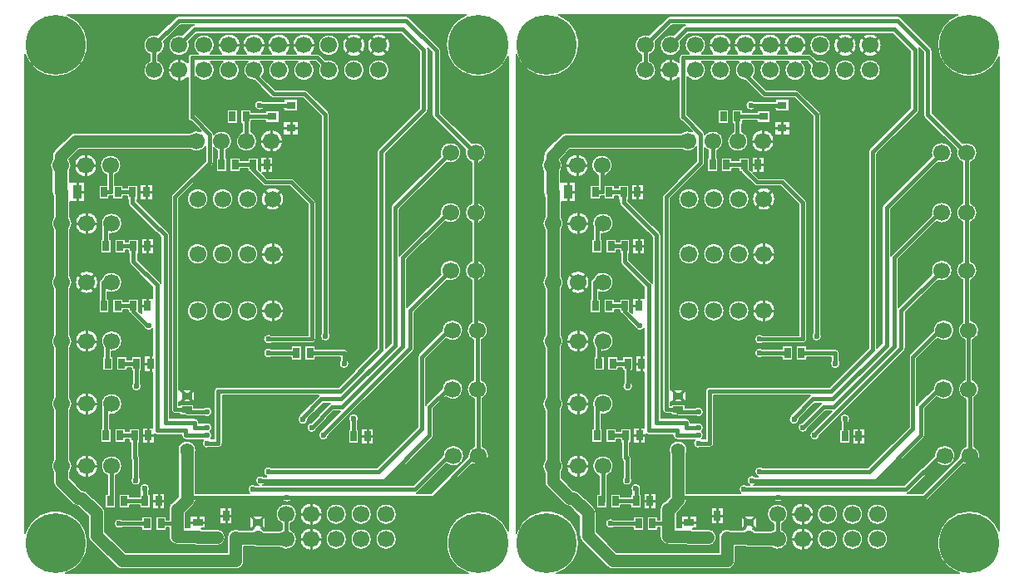
<source format=gbl>
G04 EasyPC Gerber Version 21.0.3 Build 4286 *
G04 #@! TF.Part,Single*
G04 #@! TF.FileFunction,Copper,L2,Bot *
G04 #@! TF.FilePolarity,Positive *
%FSLAX45Y45*%
%MOIN*%
G04 #@! TA.AperFunction,SMDPad*
%ADD73R,0.02559X0.03937*%
%ADD100R,0.02559X0.04134*%
%ADD124R,0.03583X0.05472*%
G04 #@! TD.AperFunction*
%ADD22C,0.00500*%
%ADD25C,0.01000*%
%ADD120C,0.01500*%
G04 #@! TA.AperFunction,ViaPad*
%ADD84C,0.02362*%
G04 #@! TD.AperFunction*
%ADD88C,0.05000*%
G04 #@! TA.AperFunction,ViaPad*
%ADD87C,0.05600*%
G04 #@! TA.AperFunction,ComponentPad*
%ADD77C,0.06693*%
G04 #@! TA.AperFunction,WasherPad*
%ADD27C,0.24016*%
G04 #@! TA.AperFunction,SMDPad*
%ADD74R,0.03937X0.02559*%
%ADD123R,0.03827X0.03157*%
X0Y0D02*
D02*
D22*
X299671Y548613D02*
G75*
G02X274882Y553557I-11902J4944D01*
G01*
G75*
G02X282921Y565498I12888*
G01*
X123287*
G75*
G02X118439Y540669I-4848J-11941*
G01*
G75*
G02X106183Y549571I0J12888*
G01*
Y357543*
G75*
G02X131327Y353557I12256J-3986*
G01*
G75*
G02X122425Y341301I-12888J0*
G01*
X283784*
G75*
G02X287770Y366445I3986J12256*
G01*
G75*
G02X299671Y358502J-12888*
G01*
Y548613*
X289478Y392388D02*
G75*
G02X292075Y388489I-1630J-3900D01*
G01*
G75*
G02X285233Y385169I-4226*
G01*
X270817Y370752*
G75*
G02X269663Y370274I-1154J1151*
G01*
X212456*
G75*
G02X209933I-1261J1630*
G01*
X174387*
G75*
G02X173426Y368331I-3350J449*
G01*
X170480Y365385*
Y359634*
X172150*
Y364335*
X178587*
Y359276*
X176883*
G75*
G02X177124Y359142I-1515J-3020*
G01*
X183006*
G75*
G02X184661Y358709J-3380*
G01*
X185165*
Y358362*
G75*
G02Y353162I-2159J-2600*
G01*
Y352815*
X184661*
G75*
G02X183006Y352382I-1655J2947*
G01*
X175368*
G75*
G02X173612Y352874J3380*
G01*
X167100*
G75*
G02X163720Y356254J3380*
G01*
Y359644*
X162862*
Y358425*
X158543*
Y364122*
X162862*
Y362904*
X163720*
Y367179*
G75*
G02X165857Y370322I3380*
G01*
X167657Y372122*
Y389346*
G75*
G02X167357Y390801I3380J1456*
G01*
G75*
G02X174717I3680*
G01*
G75*
G02X174417Y389346I-3680*
G01*
Y373533*
X196023*
G75*
G02X198677Y376683I1392J1520*
G01*
X199799*
G75*
G02X198504Y378596I766J1913*
G01*
G75*
G02X201826Y380226I2061*
G01*
X202948*
G75*
G02X201654Y382140I766J1913*
G01*
G75*
G02X204976Y383770I2061*
G01*
X247134*
X263502Y400138*
Y428203*
G75*
G02X263981Y429357I1630*
G01*
X273234Y438610*
G75*
G02X273228Y438833I4219J223*
G01*
G75*
G02X281681I4226*
G01*
G75*
G02X274788Y435554I-4226*
G01*
X266762Y427528*
Y408713*
G75*
G02X267130Y409278I1520J-589*
G01*
X273232Y415379*
G75*
G02X281681Y415211I4223J-169*
G01*
G75*
G02X274578Y412115I-4226*
G01*
X269911Y407449*
Y396707*
G75*
G02X269433Y395553I-1630*
G01*
X251325Y377445*
G75*
G02X250171Y376967I-1154J1151*
G01*
X201826*
G75*
G02X201331Y376683I-1261J1630*
G01*
X261743*
X273623Y388562*
G75*
G02X282075Y388489I4226J-74*
G01*
G75*
G02X275019Y385349I-4226*
G01*
X263572Y373902*
G75*
G02X263008Y373533I-1154J1151*
G01*
X268987*
X283633Y388180*
G75*
G02X283622Y388489I4213J310*
G01*
G75*
G02X286219Y392388I4226*
G01*
Y411169*
G75*
G02X285825Y419110I1236J4042*
G01*
Y434933*
G75*
G02X285037Y442300I1630J3900*
G01*
Y458949*
G75*
G02Y466748I1630J3900*
G01*
Y482177*
G75*
G02Y489976I1630J3900*
G01*
Y506193*
G75*
G02X282626Y511330I1630J3900*
G01*
X269776Y524181*
G75*
G02X269250Y525447I1262J1266*
G01*
Y550415*
X267585Y552081*
G75*
G02X267707Y551431I-1665J-649*
G01*
G75*
G02Y551430I-635J0*
G01*
G75*
G02Y551428I-641J-1*
G01*
Y527415*
G75*
G02X267181Y526149I-1787*
G01*
X250778Y509746*
Y431731*
X252715Y433668*
Y488045*
G75*
G02X253240Y489311I1787*
G01*
X272665Y508736*
G75*
G02X272441Y510093I4002J1357*
G01*
G75*
G02X280894I4226*
G01*
G75*
G02X275137Y506153I-4226*
G01*
X256289Y487305*
Y468861*
G75*
G02X256500Y469120I1363J-895*
G01*
X272541Y485161*
G75*
G02X272441Y486077I4126J916*
G01*
G75*
G02X280894I4226*
G01*
G75*
G02X274462Y482472I-4226*
G01*
X259281Y467291*
Y448109*
X272665Y461492*
G75*
G02X272441Y462848I4002J1357*
G01*
G75*
G02X280894I4226*
G01*
G75*
G02X275137Y458909I-4226*
G01*
X262195Y445966*
Y431746*
G75*
G02X261669Y430480I-1787*
G01*
X227822Y396632*
G75*
G02X223701Y396707I-2060J74*
G01*
G75*
G02X224385Y398241I2061*
G01*
G75*
G02X224500Y398367I1376J-1141*
G01*
X232628Y406494*
X229980*
X223082Y399596*
G75*
G02X218976Y399856I-2044J261*
G01*
G75*
G02X220777Y401901I2061*
G01*
X228151Y409275*
G75*
G02X228410Y409486I1154J-1152*
G01*
X225715*
X219534Y403306*
G75*
G02X219556Y403006I-2040J-301*
G01*
G75*
G02X215432I-2062*
G01*
G75*
G02X215728Y404070I2062*
G01*
G75*
G02X216232Y405059I1766J-277*
G01*
X223708Y412535*
G75*
G02X223817Y412636I1265J-1265*
G01*
X185423*
Y393557*
G75*
G02X183636Y391770I-1787*
G01*
X180181*
G75*
G02X177609Y394919I-1026J1788*
G01*
X170644*
G75*
G02X168856Y396707J1787*
G01*
Y396888*
X159089*
G75*
G02X158114Y397177J1787*
G01*
Y393488*
X153055*
Y399925*
X157301*
Y422228*
X153843*
Y428665*
X157301*
Y439525*
G75*
G02X153783Y440002I-1618J1276*
G01*
X148489Y445297*
G75*
G02X148134Y445827I1151J1154*
G01*
X147480*
Y447045*
X145539*
Y445827*
X141220*
Y451524*
X145539*
Y450305*
X147480*
Y451524*
X151799*
Y446596*
X152661Y445734*
Y451894*
X157301*
Y456202*
X148378Y465126*
G75*
G02X147852Y466392I1262J1266*
G01*
Y469843*
X147480*
Y471061*
X146327*
Y469843*
X142008*
Y475539*
X146327*
Y474321*
X147480*
Y475539*
X151799*
Y469843*
X151427*
Y467132*
X160350Y458209*
G75*
G02X160589Y457915I-1262J-1266*
G01*
Y476266*
X156271Y480461*
G75*
G02X156250Y480482I1231J1275*
G01*
X147982Y488750*
G75*
G02X147459Y490014I1264J1264*
G01*
G75*
G02Y490015I635J0*
G01*
G75*
G02Y490017I641J1*
G01*
Y491496*
X147087*
Y492715*
X145539*
Y491496*
X141220*
Y492889*
G75*
G02X140486Y492715I-734J1455*
G01*
X139988*
Y491496*
X135669*
Y497193*
X138856*
Y501075*
G75*
G02X136260Y504974I1630J3900*
G01*
G75*
G02X144713I4226*
G01*
G75*
G02X142116Y501075I-4226*
G01*
Y497193*
X145539*
Y495974*
X147087*
Y497193*
X151406*
Y491496*
X151033*
Y490754*
X158769Y483019*
X163620Y478306*
G75*
G02X164163Y477022I-1244J-1284*
G01*
Y403612*
X174187*
G75*
G02X175974Y401825J-1787*
G01*
Y401644*
X178130*
G75*
G02X180485Y398281I1026J-1787*
G01*
G75*
G02X180702Y395344I-1330J-1575*
G01*
X181848*
Y414423*
G75*
G02X183636Y416211I1787*
G01*
X231714*
X247203Y431699*
Y510486*
G75*
G02X247728Y511752I1787*
G01*
X264132Y528156*
Y550691*
X256911Y557911*
X174967*
X171867Y554811*
G75*
G02X172154Y553281I-3939J-1530*
G01*
G75*
G02X163701I-4226*
G01*
G75*
G02X169284Y557284I4226*
G01*
X172960Y560961*
G75*
G02X173892Y561455I1266J-1262*
G01*
X168510*
X161867Y554811*
G75*
G02X159557Y549382I-3940J-1530*
G01*
Y547181*
G75*
G02X162154Y543281I-1630J-3900*
G01*
G75*
G02X153701I-4226*
G01*
G75*
G02X156297Y547181I4226*
G01*
Y549382*
G75*
G02X159284Y557284I1630J3900*
G01*
X166504Y564504*
G75*
G02X167770Y565030I1266J-1262*
G01*
X258951*
G75*
G02X260217Y564504J-1787*
G01*
X272299Y552422*
G75*
G02X272825Y551156I-1262J-1266*
G01*
Y526187*
X285025Y513987*
G75*
G02X290894Y510093I1642J-3894*
G01*
G75*
G02X288297Y506193I-4226*
G01*
Y489976*
G75*
G02Y482177I-1630J-3900*
G01*
Y466748*
G75*
G02Y458949I-1630J-3900*
G01*
Y442974*
G75*
G02X289085Y434933I-843J-4142*
G01*
Y419110*
G75*
G02X289478Y411500I-1630J-3900*
G01*
Y392388*
X216273Y355046D02*
G75*
G02X225466I4596D01*
G01*
G75*
G02X216273I-4596*
G01*
Y365046D02*
G75*
G02X225466I4596D01*
G01*
G75*
G02X216273I-4596*
G01*
X226643Y355046D02*
G75*
G02X235096I4226D01*
G01*
G75*
G02X226643I-4226*
G01*
Y365046D02*
G75*
G02X235096I4226D01*
G01*
G75*
G02X226643I-4226*
G01*
X236643Y355046D02*
G75*
G02X245096I4226D01*
G01*
G75*
G02X236643I-4226*
G01*
Y365046D02*
G75*
G02X245096I4226D01*
G01*
G75*
G02X236643I-4226*
G01*
X246643Y355046D02*
G75*
G02X255096I4226D01*
G01*
G75*
G02X246643I-4226*
G01*
Y365046D02*
G75*
G02X255096I4226D01*
G01*
G75*
G02X246643I-4226*
G01*
X184256Y367740D02*
X189315D01*
Y361106*
X184256*
Y367740*
X226522Y547267D02*
G75*
G02X232154Y543281I1405J-3986D01*
G01*
G75*
G02X223701I-4226*
G01*
G75*
G02X224102Y545078I4226J0*
G01*
X222528Y546652*
X220478*
G75*
G02X222154Y543281I-2550J-3370*
G01*
G75*
G02X213701I-4226*
G01*
G75*
G02X215377Y546652I4226*
G01*
X210478*
G75*
G02X212154Y543281I-2550J-3370*
G01*
G75*
G02X203701I-4226*
G01*
G75*
G02X205377Y546652I4226*
G01*
X200478*
G75*
G02X201152Y540550I-2550J-3370*
G01*
X206358Y535344*
X218281*
G75*
G02X219435Y534866J-1630*
G01*
X227700Y526601*
G75*
G02X228179Y525447I-1151J-1154*
G01*
Y437732*
G75*
G02X228610Y436470I-1630J-1261*
G01*
G75*
G02X224488I-2061*
G01*
G75*
G02X224919Y437732I2061*
G01*
Y524772*
X217606Y532085*
X205683*
G75*
G02X204529Y532563J1630*
G01*
X198036Y539057*
G75*
G02X195377Y546652I-109J4225*
G01*
X190478*
G75*
G02X192154Y543281I-2550J-3370*
G01*
G75*
G02X183701I-4226*
G01*
G75*
G02X185377Y546652I4226*
G01*
X180478*
G75*
G02X182154Y543281I-2550J-3370*
G01*
G75*
G02X174636Y540630I-4226*
G01*
Y525335*
X181244Y518727*
G75*
G02X181722Y517573I-1151J-1154*
G01*
Y517563*
G75*
G02X189161Y514817I3213J-2746*
G01*
G75*
G02X186703Y510978I-4226*
G01*
Y508217*
X187075*
Y502520*
X182756*
Y508217*
X183128*
Y510996*
G75*
G02X181722Y512071I1807J3820*
G01*
Y506156*
G75*
G02X181244Y505002I-1630*
G01*
X167943Y491701*
Y415122*
X174256*
Y410063*
X167943*
Y408671*
X168189*
Y409201*
X173886*
Y407785*
X177894*
G75*
G02X181217Y406156I1261J-1630*
G01*
G75*
G02X177894Y404526I-2061*
G01*
X171037*
G75*
G02X170020Y404882J1630*
G01*
X168189*
Y405411*
X166313*
G75*
G02X164683Y407041J1630*
G01*
Y492376*
G75*
G02X165162Y493530I1630*
G01*
X178463Y506831*
Y512489*
G75*
G02X172398Y511437I-3528J2328*
G01*
X127792*
X123866Y507511*
G75*
G02X124024Y502661I-3380J-2537*
G01*
Y498331*
X130063*
Y490358*
X124260*
Y484283*
G75*
G02Y479209I-3380J-2537*
G01*
Y460661*
G75*
G02Y455587I-3380J-2537*
G01*
Y437039*
G75*
G02Y431965I-3380J-2537*
G01*
Y411843*
G75*
G02Y406768I-3380J-2537*
G01*
Y386843*
G75*
G02Y381768I-3380J-2537*
G01*
Y379603*
X128973Y374889*
G75*
G02X131303Y373898I-62J-3380*
G01*
X137205Y367996*
G75*
G02X138197Y365604I-2388J-2392*
G01*
Y357949*
X146453Y349693*
X187185*
Y355762*
G75*
G02X188406Y358362I3380*
G01*
Y358709*
X188910*
G75*
G02X192148Y358748I1655J-2947*
G01*
X197103*
G75*
G02X197869Y359276I2281J-2494*
G01*
X196165*
Y364335*
X202602*
Y359276*
X200898*
G75*
G02X201974Y358426I-1515J-3021*
G01*
X208332*
G75*
G02X209240Y358945I2538J-3380*
G01*
Y361146*
G75*
G02X206643Y365046I1630J3900*
G01*
G75*
G02X215096I4226*
G01*
G75*
G02X212500Y361146I-4226*
G01*
Y358945*
G75*
G02X215096Y355046I-1630J-3900*
G01*
G75*
G02X208332Y351666I-4226*
G01*
X199384*
G75*
G02X197943Y351988J3380*
G01*
X193945*
Y346313*
G75*
G02X190565Y342933I-3380*
G01*
X145053*
G75*
G02X142661Y343925J3380*
G01*
X132429Y354157*
G75*
G02X131437Y356549I2388J2392*
G01*
Y364204*
X127511Y368130*
G75*
G02X125181Y369122I62J3380*
G01*
X118492Y375811*
G75*
G02X117500Y378203I2388J2392*
G01*
Y381768*
G75*
G02Y386843I3380J2537*
G01*
Y406768*
G75*
G02Y411843I3380J2537*
G01*
Y431965*
G75*
G02Y437039I3380J2537*
G01*
Y455587*
G75*
G02Y460661I3380J2537*
G01*
Y479209*
G75*
G02Y484283I3380J2537*
G01*
Y492448*
G75*
G02X116949Y494344I2986J1896*
G01*
Y502661*
G75*
G02X117106Y507512I3537J2313*
G01*
Y508911*
G75*
G02X118098Y511303I3380*
G01*
X124000Y517205*
G75*
G02X126392Y518197I2392J-2388*
G01*
X172398*
G75*
G02X176706Y518654I2537J-3380*
G01*
X172694Y522666*
G75*
G02X171376Y524266I311J1600*
G01*
Y540243*
G75*
G02X163331Y543281I-3449J3039*
G01*
G75*
G02X171376Y546320I4596*
G01*
Y548281*
G75*
G02X173006Y549911I1630*
G01*
X175377*
G75*
G02X173701Y553281I2550J3370*
G01*
G75*
G02X182154I4226*
G01*
G75*
G02X180478Y549911I-4226*
G01*
X184802*
G75*
G02X183331Y553281I3126J3370*
G01*
G75*
G02X192524I4596*
G01*
G75*
G02X191053Y549911I-4596*
G01*
X194802*
G75*
G02X193331Y553281I3126J3370*
G01*
G75*
G02X202524I4596*
G01*
G75*
G02X201053Y549911I-4596*
G01*
X204802*
G75*
G02X203331Y553281I3126J3370*
G01*
G75*
G02X212524I4596*
G01*
G75*
G02X211053Y549911I-4596*
G01*
X214802*
G75*
G02X213331Y553281I3126J3370*
G01*
G75*
G02X222524I4596*
G01*
G75*
G02X221053Y549911I-4596*
G01*
X223203*
G75*
G02X224357Y549433J-1630*
G01*
X226522Y547267*
X209939Y531689D02*
X215526D01*
Y526772*
X209939*
Y527600*
X201433*
G75*
G02X198110Y529230I-1261J1630*
G01*
G75*
G02X201433Y530860I2061*
G01*
X209939*
Y531689*
X209569Y522825D02*
X215896D01*
Y517167*
X209569*
Y522825*
X202496Y527118D02*
X208083D01*
Y522201*
X202496*
Y523030*
X196957*
Y521811*
X196722*
Y518647*
G75*
G02X199161Y514817I-1787J-3830*
G01*
G75*
G02X190709I-4226*
G01*
G75*
G02X193148Y518647I4226*
G01*
Y521811*
X192638*
Y527508*
X196957*
Y526289*
X202496*
Y527118*
X200339Y514817D02*
G75*
G02X209531I4596D01*
G01*
G75*
G02X200339I-4596*
G01*
X187087Y527508D02*
X191406D01*
Y521811*
X187087*
Y527508*
X222189Y491168D02*
G75*
G02X222667Y490014I-1151J-1154D01*
G01*
Y435289*
G75*
G02X221037Y433659I-1630*
G01*
X204976*
G75*
G02X201654Y435289I-1261J1630*
G01*
G75*
G02X204976Y436919I2061*
G01*
X219407*
Y489339*
X212094Y496652*
X202632*
G75*
G02X201478Y497130J1630*
G01*
X196363Y502246*
G75*
G02X196142Y502520I1151J1154*
G01*
X195354*
Y503738*
X192626*
Y502520*
X188307*
Y508217*
X192626*
Y506998*
X195354*
Y508217*
X199673*
Y503545*
X200535Y502683*
Y508587*
X205594*
Y502150*
X201069*
X203307Y499911*
X212770*
G75*
G02X213924Y499433J-1630*
G01*
X222189Y491168*
X235659Y426708D02*
G75*
G02X236091Y425447I-1630J-1261D01*
G01*
G75*
G02X231969I-2061*
G01*
G75*
G02X232400Y426708I2061*
G01*
Y428148*
X222547*
Y426929*
X218228*
Y432626*
X222547*
Y431407*
X234030*
G75*
G02X235659Y429778J-1630*
G01*
Y426708*
X200732Y446707D02*
G75*
G02X209925I4596D01*
G01*
G75*
G02X200732I-4596*
G01*
X212677Y432626D02*
X216996D01*
Y426929*
X212677*
Y428148*
X204976*
G75*
G02X201654Y429778I-1261J1630*
G01*
G75*
G02X204976Y431407I2061*
G01*
X212677*
Y432626*
X200732Y469541D02*
G75*
G02X209925I4596D01*
G01*
G75*
G02X200732I-4596*
G01*
Y491589D02*
G75*
G02X209925I4596D01*
G01*
G75*
G02X200732I-4596*
G01*
X191102Y446707D02*
G75*
G02X199555I4226D01*
G01*
G75*
G02X191102I-4226*
G01*
Y469541D02*
G75*
G02X199555I4226D01*
G01*
G75*
G02X191102I-4226*
G01*
Y491589D02*
G75*
G02X199555I4226D01*
G01*
G75*
G02X191102I-4226*
G01*
X171102Y446707D02*
G75*
G02X179555I4226D01*
G01*
G75*
G02X171102I-4226*
G01*
Y469541D02*
G75*
G02X179555I4226D01*
G01*
G75*
G02X171102I-4226*
G01*
Y491589D02*
G75*
G02X179555I4226D01*
G01*
G75*
G02X171102I-4226*
G01*
X181102Y446707D02*
G75*
G02X189555I4226D01*
G01*
G75*
G02X181102I-4226*
G01*
Y469541D02*
G75*
G02X189555I4226D01*
G01*
G75*
G02X181102I-4226*
G01*
Y491589D02*
G75*
G02X189555I4226D01*
G01*
G75*
G02X181102I-4226*
G01*
X136928Y459621D02*
G75*
G02X145106Y458124I3952J-1497D01*
G01*
G75*
G02X139203Y454244I-4226*
G01*
Y451524*
X139988*
Y445827*
X135669*
Y451524*
X135943*
Y458124*
G75*
G02X136928Y459621I1630*
G01*
X136654Y409305D02*
G75*
G02X145106I4226D01*
G01*
G75*
G02X140246Y405126I-4226*
G01*
Y399555*
X140776*
Y393858*
X136457*
Y399555*
X136986*
Y407661*
G75*
G02X136654Y409305I3894J1644*
G01*
X152195Y379858D02*
G75*
G02X152626Y378596I-1630J-1261D01*
G01*
G75*
G02X148504I-2061*
G01*
G75*
G02X148935Y379858I2061*
G01*
Y386447*
G75*
G02X148404Y387652I1098J1204*
G01*
Y393858*
X147874*
Y395077*
X146327*
Y393858*
X142008*
Y399555*
X146327*
Y398337*
X147874*
Y399555*
X152193*
Y393858*
X151663*
Y388856*
G75*
G02X152195Y387652I-1098J-1204*
G01*
Y379858*
X155896Y373177D02*
X156366D01*
Y367480*
X152047*
Y368699*
X148138*
Y367480*
X143819*
Y373177*
X148138*
Y371959*
X152047*
Y373177*
X152321*
Y374421*
G75*
G02X152047Y375447I1787J1026*
G01*
G75*
G02X156169I2061*
G01*
G75*
G02X155896Y374421I-2061*
G01*
Y373177*
X136654Y384305D02*
G75*
G02X145106I4226D01*
G01*
G75*
G02X142510Y380406I-4226*
G01*
Y373177*
X142587*
Y367480*
X138268*
Y373177*
X139250*
Y380406*
G75*
G02X136654Y384305I1630J3900*
G01*
X152992Y364122D02*
X157311D01*
Y358425*
X152992*
Y359644*
X145133*
G75*
G02X141811Y361274I-1261J1630*
G01*
G75*
G02X145133Y362904I2061*
G01*
X152992*
Y364122*
X136654Y434502D02*
G75*
G02X145106I4226D01*
G01*
G75*
G02X140778Y430277I-4226*
G01*
Y428295*
X141563*
Y422598*
X137244*
Y428295*
X137518*
Y431941*
G75*
G02X136654Y434502I3363J2561*
G01*
X148661Y428295D02*
X152980D01*
Y422598*
X152451*
Y417653*
G75*
G02X152882Y416392I-1630J-1261*
G01*
G75*
G02X148760I-2061*
G01*
G75*
G02X149191Y417653I2061*
G01*
Y422598*
X148661*
Y423817*
X147114*
Y422598*
X142795*
Y428295*
X147114*
Y427077*
X148661*
Y428295*
X152268Y497563D02*
X157327D01*
Y491126*
X152268*
Y497563*
X125890Y504974D02*
G75*
G02X135083I4596D01*
G01*
G75*
G02X125890I-4596*
G01*
X126283Y384305D02*
G75*
G02X135476I4596D01*
G01*
G75*
G02X126283I-4596*
G01*
Y409305D02*
G75*
G02X135476I4596D01*
G01*
G75*
G02X126283I-4596*
G01*
Y434502D02*
G75*
G02X135476I4596D01*
G01*
G75*
G02X126283I-4596*
G01*
Y458124D02*
G75*
G02X135476I4596D01*
G01*
G75*
G02X126283I-4596*
G01*
Y481746D02*
G75*
G02X135476I4596D01*
G01*
G75*
G02X126283I-4596*
G01*
X239459Y399161D02*
X239988D01*
Y393465*
X235669*
Y399161*
X236199*
Y402138*
G75*
G02X235768Y403400I1630J1261*
G01*
G75*
G02X239890I2061*
G01*
G75*
G02X239459Y402138I-2061*
G01*
Y399161*
X240850Y399531D02*
X245909D01*
Y393094*
X240850*
Y399531*
X157228Y373547D02*
X162287D01*
Y367110*
X157228*
Y373547*
X152661Y475909D02*
X157720D01*
Y469472*
X152661*
Y475909*
X136654Y481746D02*
G75*
G02X145106I4226D01*
G01*
G75*
G02X140246Y477567I-4226*
G01*
Y475539*
X140776*
Y469843*
X136457*
Y475539*
X136986*
Y480102*
G75*
G02X136654Y481746I3894J1644*
G01*
X223701Y553281D02*
G75*
G02X232154I4226D01*
G01*
G75*
G02X223701I-4226*
G01*
X233331D02*
G75*
G02X242524I4596D01*
G01*
G75*
G02X233331I-4596*
G01*
X233701Y543281D02*
G75*
G02X242154I4226D01*
G01*
G75*
G02X233701I-4226*
G01*
X243331Y553281D02*
G75*
G02X252524I4596D01*
G01*
G75*
G02X243331I-4596*
G01*
X243701Y543281D02*
G75*
G02X252154I4226D01*
G01*
G75*
G02X243701I-4226*
G01*
X274968Y355046D02*
G36*
X255096D01*
G75*
G02X246643I-4226*
G01*
X245096*
G75*
G02X236643I-4226*
G01*
X235096*
G75*
G02X226643I-4226*
G01*
X225466*
G75*
G02X216273I-4596*
G01*
X215096*
Y355045*
G75*
G02X208332Y351666I-4226*
G01*
X199384*
G75*
G02X197943Y351988I-1J3374*
G01*
X193945*
Y346313*
G75*
G02X190565Y342933I-3380*
G01*
X145053*
G75*
G02X142661Y343925I1J3381*
G01*
X132429Y354157*
G75*
G02X131790Y355046I2390J2392*
G01*
X131241*
G75*
G02X131327Y353557I-12803J-1488*
G01*
G75*
G02X123124Y341551I-12888*
G01*
X283084*
G75*
G02X274882Y353557I4685J12006*
G01*
G75*
G02X274968Y355046I12889J0*
G01*
G37*
X187185D02*
G36*
X186309D01*
G75*
G02X185165Y353162I-3303J716*
G01*
Y352815*
X184661*
G75*
G02X183006Y352382I-1656J2951*
G01*
X175368*
G75*
G02X173612Y352874I-1J3377*
G01*
X167100*
G75*
G02X163944Y355046J3380*
G01*
X141100*
X146453Y349693*
X187185*
Y355046*
G37*
X108117Y361274D02*
G36*
X106433D01*
Y358243*
G75*
G02X108117Y361274I12006J-4686*
G01*
G37*
X131790Y355046D02*
G36*
G75*
G02X131437Y356549I3029J1505D01*
G01*
Y361274*
X128761*
G75*
G02X131241Y355046I-10322J-7717*
G01*
X131790*
G37*
X172150Y361274D02*
G36*
X170480D01*
Y359634*
X172150*
Y361274*
G37*
X163944Y355046D02*
G36*
G75*
G02X163720Y356254I3157J1208D01*
G01*
Y359644*
X162862*
Y358425*
X158543*
Y361274*
X157311*
Y358425*
X152992*
Y359644*
X145133*
G75*
G02X141811Y361274I-1261J1630*
G01*
X138197*
Y357949*
X141100Y355046*
X163944*
G37*
X208963Y361274D02*
G36*
X202602D01*
Y359276*
X200898*
G75*
G02X201974Y358426I-1519J-3027*
G01*
X208332*
G75*
G02X209240Y358945I2535J-3374*
G01*
Y361146*
G75*
G02X208963Y361274I1631J3903*
G01*
G37*
X187185Y355046D02*
G36*
Y355762D01*
G75*
G02X188406Y358362I3381J0*
G01*
Y358709*
X188910*
G75*
G02X192148Y358748I1655J-2948*
G01*
X197103*
G75*
G02X197869Y359276I2285J-2500*
G01*
X196165*
Y361274*
X189315*
Y361106*
X184256*
Y361274*
X178587*
Y359276*
X176883*
G75*
G02X177124Y359142I-1631J-3230*
G01*
X183006*
G75*
G02X184661Y358709I-1J-3384*
G01*
X185165*
Y358362*
G75*
G02X186386Y355762I-2159J-2600*
G01*
G75*
G02X186309Y355046I-3380*
G01*
X187185*
G37*
X274968D02*
G36*
G75*
G02X277448Y361274I12802J-1489D01*
G01*
X252776*
G75*
G02X248963I-1906J3772*
G01*
X242776*
G75*
G02X238963I-1906J3772*
G01*
X232776*
G75*
G02X228963I-1906J3772*
G01*
X223496*
G75*
G02X218243I-2627J3772*
G01*
X212776*
G75*
G02X212500Y361146I-1906J3771*
G01*
Y358945*
G75*
G02X215096Y355046I-1631J-3900*
G01*
X216273*
G75*
G02X225466I4596*
G01*
X226643*
G75*
G02X235096I4226*
G01*
X236643*
G75*
G02X245096I4226*
G01*
X246643*
G75*
G02X255096I4226*
G01*
X274968*
G37*
X299421Y359065D02*
G36*
Y361274D01*
X298092*
G75*
G02X299421Y359065I-10323J-7716*
G01*
G37*
X108117Y361274D02*
G36*
G75*
G02X112599Y365046I10322J-7717D01*
G01*
X106433*
Y361274*
X108117*
G37*
X130596Y365046D02*
G36*
X124279D01*
G75*
G02X128761Y361274I-5840J-11489*
G01*
X131437*
Y364204*
X130596Y365046*
G37*
X163720D02*
G36*
X138197D01*
Y361274*
X141811*
G75*
G02X145133Y362904I2061*
G01*
X152992*
Y364122*
X157311*
Y361274*
X158543*
Y364122*
X162862*
Y362904*
X163720*
Y365046*
G37*
X184256D02*
G36*
X170480D01*
Y361274*
X172150*
Y364335*
X178587*
Y361274*
X184256*
Y365046*
G37*
X206643D02*
G36*
X189315D01*
Y361274*
X196165*
Y364335*
X202602*
Y361274*
X208963*
G75*
G02X206643Y365046I1907J3772*
G01*
G37*
X216273D02*
G36*
X215096D01*
G75*
G02Y365045I-5013J0*
G01*
G75*
G02X212776Y361274I-4226*
G01*
X218243*
G75*
G02X216273Y365046I2627J3772*
G01*
G37*
X226643D02*
G36*
X225466D01*
G75*
G02X223496Y361274I-4596*
G01*
X228963*
G75*
G02X226643Y365046I1906J3772*
G01*
G37*
X236643D02*
G36*
X235096D01*
G75*
G02X232776Y361274I-4226*
G01*
X238963*
G75*
G02X236643Y365046I1906J3772*
G01*
G37*
X246643D02*
G36*
X245096D01*
G75*
G02X242776Y361274I-4226*
G01*
X248963*
G75*
G02X246643Y365046I1906J3772*
G01*
G37*
X277448Y361274D02*
G36*
G75*
G02X281930Y365046I10322J-7716D01*
G01*
X255096*
G75*
G02X252776Y361274I-4226*
G01*
X277448*
G37*
X298092D02*
G36*
X299421D01*
Y365046*
X293610*
G75*
G02X298092Y361274I-5840J-11489*
G01*
G37*
X130596Y365046D02*
G36*
X127511Y368130D01*
G75*
G02X125181Y369122I62J3380*
G01*
X121809Y372494*
X106433*
Y365046*
X112599*
G75*
G02X124279I5840J-11489*
G01*
X130596*
G37*
X152047Y372494D02*
G36*
X148138D01*
Y371959*
X152047*
Y372494*
G37*
X167657D02*
G36*
X162287D01*
Y367110*
X157228*
Y372494*
X156366*
Y367480*
X152047*
Y368699*
X148138*
Y367480*
X143819*
Y372494*
X142587*
Y367480*
X138268*
Y372494*
X132707*
X137205Y367996*
G75*
G02X138197Y365604I-2390J-2393*
G01*
Y365046*
X163720*
Y367179*
G75*
G02X165857Y370322I3380*
G01*
X167657Y372122*
Y372494*
G37*
X293610Y365046D02*
G36*
X299421D01*
Y372494*
X272558*
X270817Y370752*
G75*
G02X269663Y370274I-1154J1150*
G01*
X212456*
G75*
G02X209933I-1261J1630*
G01*
X174387*
G75*
G02X173426Y368331I-3348J448*
G01*
X170480Y365385*
Y365046*
X184256*
Y367740*
X189315*
Y365046*
X206643*
G75*
G02X215096I4226*
G01*
X216273*
G75*
G02X225466I4596*
G01*
X226643*
G75*
G02X235096I4226*
G01*
X236643*
G75*
G02X245096I4226*
G01*
X246643*
G75*
G02X255096I4226*
G01*
X281930*
G75*
G02X287770Y366445I5840J-11489*
G01*
G75*
G02X293610Y365046J-12888*
G01*
G37*
X121809Y372494D02*
G36*
X118492Y375811D01*
G75*
G02X117500Y378203I2390J2393*
G01*
Y381768*
G75*
G02X116654Y384305I3380J2537*
G01*
G75*
G02X117500Y386843I4226*
G01*
Y388045*
X106433*
Y372494*
X121809*
G37*
X138912Y388045D02*
G36*
X133552D01*
G75*
G02X135476Y384305I-2672J-3740*
G01*
G75*
G02X126283I-4596*
G01*
G75*
G02X128208Y388045I4596*
G01*
X124260*
Y386843*
G75*
G02X125106Y384305I-3380J-2537*
G01*
G75*
G02X124260Y381768I-4226*
G01*
Y379603*
X128973Y374889*
G75*
G02X131303Y373898I-62J-3380*
G01*
X132707Y372494*
X138268*
Y373177*
X139250*
Y380406*
G75*
G02X136654Y384305I1631J3900*
G01*
G75*
G02X138912Y388045I4226*
G01*
G37*
X167657Y372494D02*
G36*
Y388045D01*
X152147*
G75*
G02X152195Y387653I-1579J-393*
G01*
G75*
G02Y387652I-1991J0*
G01*
Y379858*
G75*
G02X152626Y378597I-1628J-1261*
G01*
G75*
G02Y378596I-2374J0*
G01*
G75*
G02X148504I-2061*
G01*
G75*
G02Y378597I2374J0*
G01*
G75*
G02X148935Y379858I2059*
G01*
Y386447*
G75*
G02X148404Y387650I1096J1203*
G01*
G75*
G02Y387652I1991J1*
G01*
Y388045*
X142848*
G75*
G02X145106Y384305I-1968J-3740*
G01*
G75*
G02Y384304I-5013J0*
G01*
G75*
G02X142510Y380406I-4226*
G01*
Y373177*
X142587*
Y372494*
X143819*
Y373177*
X148138*
Y372494*
X152047*
Y373177*
X152321*
Y374421*
G75*
G02X152047Y375447I1788J1026*
G01*
G75*
G02X156169I2061*
G01*
G75*
G02X155896Y374421I-2062J0*
G01*
Y373177*
X156366*
Y372494*
X157228*
Y373547*
X162287*
Y372494*
X167657*
G37*
X251409Y388045D02*
G36*
X174417D01*
Y373533*
X196023*
G75*
G02X195354Y375053I1392J1520*
G01*
G75*
G02X198677Y376683I2061*
G01*
X199799*
G75*
G02X198504Y378596I767J1914*
G01*
G75*
G02X201826Y380226I2061*
G01*
X202948*
G75*
G02X201654Y382140I767J1914*
G01*
G75*
G02X204976Y383770I2061*
G01*
X247134*
X251409Y388045*
G37*
X273106D02*
G36*
X261925D01*
X251325Y377445*
G75*
G02X250171Y376967I-1154J1150*
G01*
X201826*
G75*
G02X201331Y376683I-1257J1623*
G01*
X261743*
X273106Y388045*
G37*
X283499D02*
G36*
X282052D01*
G75*
G02X275019Y385349I-4203J443*
G01*
X263572Y373902*
G75*
G02X263008Y373533I-1153J1150*
G01*
X268987*
X283499Y388045*
G37*
X292052D02*
G36*
G75*
G02X285233Y385169I-4203J443D01*
G01*
X272558Y372494*
X299421*
Y388045*
X292052*
G37*
X117500Y396313D02*
G36*
X106433D01*
Y388045*
X117500*
Y396313*
G37*
X142008D02*
G36*
X140776D01*
Y393858*
X136457*
Y396313*
X124260*
Y388045*
X128208*
G75*
G02X133552I2672J-3740*
G01*
X138912*
G75*
G02X142848I1968J-3740*
G01*
X148404*
Y393858*
X147874*
Y395077*
X146327*
Y393858*
X142008*
Y396313*
G37*
X259677D02*
G36*
X245909D01*
Y393094*
X240850*
Y396313*
X239988*
Y393465*
X235669*
Y396313*
X227785*
G75*
G02X223739I-2023J394*
G01*
X185423*
Y393557*
G75*
G02X183636Y391770I-1787*
G01*
X180181*
G75*
G02X177094Y393557I-1026J1788*
G01*
G75*
G02X177609Y394919I2061J0*
G01*
X170644*
G75*
G02X168900Y396313I0J1788*
G01*
X158114*
Y393488*
X153055*
Y396313*
X152193*
Y393858*
X151663*
Y388856*
G75*
G02X152147Y388045I-1096J-1204*
G01*
X167657*
Y389346*
G75*
G02X167357Y390800I3373J1454*
G01*
G75*
G02Y390801I3759J1*
G01*
G75*
G02X174717I3680*
G01*
G75*
G02Y390800I-3759J-1*
G01*
G75*
G02X174417Y389346I-3673*
G01*
Y388045*
X251409*
X259677Y396313*
G37*
X181848D02*
G36*
X181179D01*
G75*
G02X180702Y395344I-2023J394*
G01*
X181848*
Y396313*
G37*
X283499Y388045D02*
G36*
X283633Y388180D01*
G75*
G02X283622Y388483I4030J304*
G01*
G75*
G02Y388489I4155J3*
G01*
G75*
G02X286219Y392388I4226J1*
G01*
Y396313*
X269863*
G75*
G02X269433Y395553I-1581J394*
G01*
X261925Y388045*
X273106*
X273623Y388562*
G75*
G02X282075Y388489I4226J-74*
G01*
Y388488*
G75*
G02X282052Y388045I-4225J0*
G01*
X283499*
G37*
X292052D02*
G36*
X299421D01*
Y396313*
X289478*
Y392388*
G75*
G02X292075Y388489I-1631J-3900*
G01*
G75*
G02X292052Y388045I-4226J-1*
G01*
G37*
X117500Y403695D02*
G36*
X106433D01*
Y396313*
X117500*
Y403695*
G37*
X136457Y396313D02*
G36*
Y399555D01*
X136986*
Y403695*
X124260*
Y396313*
X136457*
G37*
X157301Y403695D02*
G36*
X140246D01*
Y399555*
X140776*
Y396313*
X142008*
Y399555*
X146327*
Y398337*
X147874*
Y399555*
X152193*
Y396313*
X153055*
Y399925*
X157301*
Y403695*
G37*
X168900Y396313D02*
G36*
G75*
G02X168856Y396707I1744J394D01*
G01*
Y396888*
X159089*
G75*
G02X158114Y397177I-1J1783*
G01*
Y396313*
X168900*
G37*
X181848Y403695D02*
G36*
X164163D01*
Y403612*
X174187*
G75*
G02X175974Y401825J-1787*
G01*
Y401644*
X178130*
G75*
G02X181217Y399856I1026J-1787*
G01*
G75*
G02X180485Y398281I-2061*
G01*
G75*
G02X181217Y396707I-1329J-1575*
G01*
G75*
G02X181179Y396313I-2061J-1*
G01*
X181848*
Y403695*
G37*
X263502D02*
G36*
X239869D01*
G75*
G02X239890Y403400I-2040J-295*
G01*
G75*
G02Y403399I-2374J0*
G01*
G75*
G02X239459Y402138I-2059*
G01*
Y399161*
X239988*
Y396313*
X240850*
Y399531*
X245909*
Y396313*
X259677*
X263502Y400138*
Y403695*
G37*
X229828D02*
G36*
X227181D01*
X223082Y399596*
G75*
G02X218976Y399856I-2044J260*
G01*
Y399856*
Y399857*
G75*
G02X220777Y401901I2061*
G01*
X222571Y403695*
X219923*
X219534Y403306*
G75*
G02X219556Y403006I-2018J-299*
G01*
Y403006*
G75*
G02X215432I-2062*
G01*
G75*
G02X215551Y403695I2068J-2*
G01*
X185423*
Y396313*
X223739*
G75*
G02X223701Y396707I2023J393*
G01*
G75*
G02Y396708I2417J1*
G01*
G75*
G02X224385Y398241I2059*
G01*
G75*
G02X224500Y398367I1428J-1187*
G01*
X229828Y403695*
G37*
X234884D02*
G36*
X227822Y396632D01*
G75*
G02X227785Y396313I-2060J74*
G01*
X235669*
Y399161*
X236199*
Y402138*
G75*
G02X235768Y403399I1628J1261*
G01*
G75*
G02Y403400I2374J0*
G01*
G75*
G02X235789Y403695I2061*
G01*
X234884*
G37*
X286219D02*
G36*
X269911D01*
Y396707*
Y396706*
G75*
G02X269863Y396313I-1629J-1*
G01*
X286219*
Y403695*
G37*
X289478D02*
G36*
Y396313D01*
X299421*
Y403695*
X289478*
G37*
X116654Y409305D02*
G36*
X106433D01*
Y403695*
X117500*
Y406768*
G75*
G02X116654Y409305I3380J2537*
G01*
G37*
X136654D02*
G36*
X135476D01*
G75*
G02X126283I-4596*
G01*
X125106*
G75*
G02X124260Y406768I-4226*
G01*
Y403695*
X136986*
Y407661*
G75*
G02X136654Y409304I3887J1642*
G01*
G75*
G02Y409305I4296J1*
G01*
G37*
X157301D02*
G36*
X145106D01*
G75*
G02X140246Y405126I-4226*
G01*
Y403695*
X157301*
Y409305*
G37*
X181848D02*
G36*
X167943D01*
Y408671*
X168189*
Y409201*
X173886*
Y407785*
X177894*
G75*
G02X181217Y406156I1261J-1630*
G01*
G75*
G02X177894Y404526I-2061*
G01*
X171037*
G75*
G02X170020Y404882I1J1632*
G01*
X168189*
Y405411*
X166313*
G75*
G02X164683Y407041J1630*
G01*
Y409305*
X164163*
Y403695*
X181848*
Y409305*
G37*
X263502Y403695D02*
G36*
Y409305D01*
X240494*
X234884Y403695*
X235789*
G75*
G02X239869I2040J-295*
G01*
X263502*
G37*
X220478Y409305D02*
G36*
X185423D01*
Y403695*
X215551*
G75*
G02X215728Y404070I1949J-690*
G01*
G75*
G02X216232Y405059I1765J-276*
G01*
X220478Y409305*
G37*
X229828Y403695D02*
G36*
X232628Y406494D01*
X229980*
X227181Y403695*
X229828*
G37*
X228182Y409305D02*
G36*
X225534D01*
X219923Y403695*
X222571*
X228151Y409275*
G75*
G02X228182Y409305I1144J-1143*
G01*
G37*
X267157D02*
G36*
X266762D01*
Y408713*
G75*
G02X267130Y409278I1519J-589*
G01*
X267157Y409305*
G37*
X286219D02*
G36*
X271768D01*
X269911Y407449*
Y403695*
X286219*
Y409305*
G37*
X289478D02*
G36*
Y403695D01*
X299421*
Y409305*
X289478*
G37*
X116654D02*
G36*
G75*
G02X117500Y411843I4226D01*
G01*
Y428006*
X106433*
Y409305*
X116654*
G37*
X153843Y428006D02*
G36*
X152980D01*
Y422598*
X152451*
Y417653*
G75*
G02X152882Y416393I-1628J-1261*
G01*
G75*
G02Y416392I-2374J0*
G01*
G75*
G02X148760I-2061*
G01*
G75*
G02Y416393I2374J0*
G01*
G75*
G02X149191Y417653I2059*
G01*
Y422598*
X148661*
Y423817*
X147114*
Y422598*
X142795*
Y428006*
X141563*
Y422598*
X137244*
Y428006*
X124260*
Y411843*
G75*
G02X125106Y409305I-3380J-2537*
G01*
X126283*
G75*
G02X135476I4596*
G01*
X136654*
G75*
G02X145106I4226*
G01*
X157301*
Y422228*
X153843*
Y428006*
G37*
X148661D02*
G36*
X147114D01*
Y427077*
X148661*
Y428006*
G37*
X164683D02*
G36*
X164163D01*
Y409305*
X164683*
Y428006*
G37*
X243509D02*
G36*
X235659D01*
Y426708*
G75*
G02X236091Y425448I-1628J-1261*
G01*
G75*
G02Y425447I-2374J0*
G01*
G75*
G02X231969I-2061*
G01*
G75*
G02Y425448I2374J0*
G01*
G75*
G02X232400Y426708I2059*
G01*
Y428006*
X222547*
Y426929*
X218228*
Y428006*
X216996*
Y426929*
X212677*
Y428006*
X204768*
G75*
G02X202661I-1053J1771*
G01*
X167943*
Y415122*
X174256*
Y410063*
X167943*
Y409305*
X181848*
Y414423*
G75*
G02X183636Y416211I1787*
G01*
X231714*
X243509Y428006*
G37*
X220478Y409305D02*
G36*
X223708Y412535D01*
G75*
G02X223817Y412636I1392J-1402*
G01*
X185423*
Y409305*
X220478*
G37*
X228182D02*
G36*
G75*
G02X228410Y409486I1113J-1169D01*
G01*
X225715*
X225534Y409305*
X228182*
G37*
X286219D02*
G36*
Y411169D01*
G75*
G02X283228Y415211I1236J4042*
G01*
G75*
G02X285825Y419110I4227*
G01*
Y428006*
X267240*
X266762Y427528*
Y409305*
X267157*
X273232Y415379*
G75*
G02X281681Y415211I4223J-169*
G01*
G75*
G02X274578Y412115I-4226*
G01*
X271768Y409305*
X286219*
G37*
X263502Y428006D02*
G36*
X259195D01*
X240494Y409305*
X263502*
Y428006*
G37*
X289478Y409305D02*
G36*
X299421D01*
Y428006*
X289085*
Y419110*
G75*
G02X291681Y415211I-1630J-3900*
G01*
G75*
G02X289478Y411500I-4226*
G01*
Y409305*
G37*
X116654Y434502D02*
G36*
X106433D01*
Y428006*
X117500*
Y431965*
G75*
G02X116654Y434502I3380J2537*
G01*
G37*
X136654D02*
G36*
X135476D01*
G75*
G02X126283I-4596*
G01*
X125106*
G75*
G02X124260Y431965I-4226*
G01*
Y428006*
X137244*
Y428295*
X137518*
Y431941*
G75*
G02X136654Y434502I3365J2562*
G01*
G37*
X157301D02*
G36*
X145106D01*
G75*
G02X140778Y430277I-4227J0*
G01*
Y428295*
X141563*
Y428006*
X142795*
Y428295*
X147114*
Y428006*
X148661*
Y428295*
X152980*
Y428006*
X153843*
Y428665*
X157301*
Y434502*
G37*
X164683D02*
G36*
X164163D01*
Y428006*
X164683*
Y434502*
G37*
X243509Y428006D02*
G36*
X247203Y431699D01*
Y434502*
X227160*
G75*
G02X225939I-611J1969*
G01*
X222464*
G75*
G02X221037Y433659I-1428J788*
G01*
X204976*
G75*
G02X201810Y434502I-1261J1630*
G01*
X167943*
Y428006*
X202661*
G75*
G02X201654Y429778I1053J1772*
G01*
G75*
G02X204976Y431407I2061*
G01*
X212677*
Y432626*
X216996*
Y428006*
X218228*
Y432626*
X222547*
Y431407*
X234030*
G75*
G02X235659Y429778J-1630*
G01*
Y428006*
X243509*
G37*
X212677D02*
G36*
Y428148D01*
X204976*
G75*
G02X204768Y428006I-1262J1630*
G01*
X212677*
G37*
X232400D02*
G36*
Y428148D01*
X222547*
Y428006*
X232400*
G37*
X269126Y434502D02*
G36*
X262195D01*
Y431746*
G75*
G02X261669Y430480I-1788*
G01*
X259195Y428006*
X263502*
Y428203*
Y428203*
G75*
G02X263981Y429357I1629*
G01*
X269126Y434502*
G37*
X252715D02*
G36*
X250778D01*
Y431731*
X252715Y433668*
Y434502*
G37*
X285825D02*
G36*
X273736D01*
X267240Y428006*
X285825*
Y434502*
G37*
X289085D02*
G36*
Y428006D01*
X299421*
Y434502*
X289085*
G37*
X116654D02*
G36*
G75*
G02X117500Y437039I4226D01*
G01*
Y446707*
X106433*
Y434502*
X116654*
G37*
X157301D02*
G36*
Y439525D01*
G75*
G02X153783Y440002I-1618J1277*
G01*
X148489Y445297*
G75*
G02X148134Y445827I1146J1151*
G01*
X147480*
Y446707*
X145539*
Y445827*
X141220*
Y446707*
X139988*
Y445827*
X135669*
Y446707*
X124260*
Y437039*
G75*
G02X125106Y434502I-3380J-2537*
G01*
X126283*
G75*
G02X135476I4596*
G01*
X136654*
G75*
G02X145106I4226*
G01*
X157301*
G37*
X152661Y446707D02*
G36*
X151799D01*
Y446596*
X152661Y445734*
Y446707*
G37*
X164683D02*
G36*
X164163D01*
Y434502*
X164683*
Y446707*
G37*
X285825Y434502D02*
G36*
Y434933D01*
G75*
G02X283228Y438833I1630J3900*
G01*
G75*
G02X285037Y442300I4226*
G01*
Y446707*
X262935*
X262195Y445966*
Y434502*
X269126*
X273234Y438610*
G75*
G02X273228Y438833I4471J230*
G01*
G75*
G02X281681I4226*
G01*
G75*
G02X274788Y435554I-4226*
G01*
X273736Y434502*
X285825*
G37*
X219407Y446707D02*
G36*
X209925D01*
G75*
G02X200732I-4596*
G01*
X199555*
G75*
G02X191102I-4226*
G01*
X189555*
G75*
G02X181102I-4226*
G01*
X179555*
G75*
G02X171102I-4226*
G01*
X167943*
Y434502*
X201810*
G75*
G02X201654Y435289I1905J787*
G01*
G75*
G02X204976Y436919I2061*
G01*
X219407*
Y446707*
G37*
X224919D02*
G36*
X222667D01*
Y435289*
G75*
G02X222464Y434502I-1631J1*
G01*
X225939*
G75*
G02X224488Y436470I611J1969*
G01*
G75*
G02Y436471I2374J0*
G01*
G75*
G02X224919Y437732I2059*
G01*
Y446707*
G37*
X247203D02*
G36*
X228179D01*
Y437732*
G75*
G02X228610Y436471I-1628J-1261*
G01*
G75*
G02Y436470I-2374J0*
G01*
G75*
G02X227160Y434502I-2061*
G01*
X247203*
Y446707*
G37*
X252715D02*
G36*
X250778D01*
Y434502*
X252715*
Y446707*
G37*
X289085Y434502D02*
G36*
X299421D01*
Y446707*
X288297*
Y442974*
G75*
G02X291681Y438833I-843J-4142*
G01*
G75*
G02X289085Y434933I-4227*
G01*
Y434502*
G37*
X116694Y458706D02*
G36*
X106433D01*
Y446707*
X117500*
Y455587*
G75*
G02X116654Y458124I3380J2537*
G01*
G75*
G02X116694Y458706I4226J0*
G01*
G37*
X136050D02*
G36*
X135439D01*
G75*
G02X135476Y458124I-4560J-582*
G01*
G75*
G02X126283I-4596*
G01*
G75*
G02X126320Y458706I4597J-1*
G01*
X125066*
G75*
G02X125106Y458124I-4186J-581*
G01*
G75*
G02X124260Y455587I-4226*
G01*
Y446707*
X135669*
Y451524*
X135943*
Y458124*
G75*
G02X136050Y458706I1630J0*
G01*
G37*
X147480Y446707D02*
G36*
Y447045D01*
X145539*
Y446707*
X147480*
G37*
X152661D02*
G36*
Y451894D01*
X157301*
Y456202*
X154798Y458706*
X145066*
G75*
G02X145106Y458124I-4185J-581*
G01*
Y458124*
G75*
G02X139203Y454244I-4226*
G01*
Y451524*
X139988*
Y446707*
X141220*
Y451524*
X145539*
Y450305*
X147480*
Y451524*
X151799*
Y446707*
X152661*
G37*
X160589Y458706D02*
G36*
X159854D01*
X160350Y458209*
G75*
G02X160589Y457915I-1261J-1265*
G01*
Y458706*
G37*
X164683D02*
G36*
X164163D01*
Y446707*
X164683*
Y458706*
G37*
X269878D02*
G36*
X259281D01*
Y448109*
X269878Y458706*
G37*
X219407D02*
G36*
X167943D01*
Y446707*
X171102*
G75*
G02X179555I4226*
G01*
X181102*
G75*
G02X189555I4226*
G01*
X191102*
G75*
G02X199555I4226*
G01*
X200732*
G75*
G02X209925I4596*
G01*
X219407*
Y458706*
G37*
X224919D02*
G36*
X222667D01*
Y446707*
X224919*
Y458706*
G37*
X247203D02*
G36*
X228179D01*
Y446707*
X247203*
Y458706*
G37*
X252715Y446707D02*
G36*
Y458706D01*
X250778*
Y446707*
X252715*
G37*
X285037Y458706D02*
G36*
X277503D01*
G75*
G02X275831I-836J4143*
G01*
X274934*
X262935Y446707*
X285037*
Y458706*
G37*
X288297D02*
G36*
Y446707D01*
X299421*
Y458706*
X288297*
G37*
X116694D02*
G36*
G75*
G02X117500Y460661I4186J-581D01*
G01*
Y469541*
X106433*
Y458706*
X116694*
G37*
X154798D02*
G36*
X148378Y465126D01*
G75*
G02X147852Y466392I1262J1266*
G01*
Y469541*
X124260*
Y460661*
G75*
G02X125066Y458706I-3380J-2537*
G01*
X126320*
G75*
G02X135439I4559J-581*
G01*
X136050*
G75*
G02X136928Y459621I1523J-581*
G01*
G75*
G02X145066Y458706I3952J-1496*
G01*
X154798*
G37*
X160589Y469541D02*
G36*
X157720D01*
Y469472*
X152661*
Y469541*
X151427*
Y467132*
X159854Y458706*
X160589*
Y469541*
G37*
X164683D02*
G36*
X164163D01*
Y458706*
X164683*
Y469541*
G37*
X256921D02*
G36*
X256289D01*
Y468861*
G75*
G02X256500Y469120I1350J-884*
G01*
X256921Y469541*
G37*
X219407D02*
G36*
X209925D01*
G75*
G02X200732I-4596*
G01*
X199555*
G75*
G02X191102I-4226*
G01*
X189555*
G75*
G02X181102I-4226*
G01*
X179555*
G75*
G02X171102I-4226*
G01*
X167943*
Y458706*
X219407*
Y469541*
G37*
X224919D02*
G36*
X222667D01*
Y458706*
X224919*
Y469541*
G37*
X247203D02*
G36*
X228179D01*
Y458706*
X247203*
Y469541*
G37*
X252715Y458706D02*
G36*
Y469541D01*
X250778*
Y458706*
X252715*
G37*
X285037Y469541D02*
G36*
X261531D01*
X259281Y467291*
Y458706*
X269878*
X272665Y461492*
G75*
G02X272441Y462848I4006J1357*
G01*
G75*
G02X280894I4226*
G01*
G75*
G02X277503Y458706I-4226*
G01*
X285037*
Y458949*
G75*
G02X282441Y462848I1630J3900*
G01*
G75*
G02X285037Y466748I4227*
G01*
Y469541*
G37*
X275831Y458706D02*
G36*
G75*
G02X275137Y458909I836J4143D01*
G01*
X274934Y458706*
X275831*
G37*
X288297Y469541D02*
G36*
Y466748D01*
G75*
G02X290894Y462848I-1630J-3900*
G01*
G75*
G02X288297Y458949I-4227*
G01*
Y458706*
X299421*
Y469541*
X288297*
G37*
X117500Y472691D02*
G36*
X106433D01*
Y469541*
X117500*
Y472691*
G37*
X142008D02*
G36*
X140776D01*
Y469843*
X136457*
Y472691*
X124260*
Y469541*
X147852*
Y469843*
X147480*
Y471061*
X146327*
Y469843*
X142008*
Y472691*
G37*
X152661D02*
G36*
X151799D01*
Y469843*
X151427*
Y469541*
X152661*
Y472691*
G37*
X160589D02*
G36*
X157720D01*
Y469541*
X160589*
Y472691*
G37*
X164683D02*
G36*
X164163D01*
Y469541*
X164683*
Y472691*
G37*
X260071D02*
G36*
X256289D01*
Y469541*
X256921*
X260071Y472691*
G37*
X171102Y469541D02*
G36*
G75*
G02X172511Y472691I4226D01*
G01*
X167943*
Y469541*
X171102*
G37*
X181102D02*
G36*
G75*
G02X182511Y472691I4226D01*
G01*
X178147*
G75*
G02X179555Y469541I-2818J-3150*
G01*
X181102*
G37*
X191102D02*
G36*
G75*
G02X192511Y472691I4226D01*
G01*
X188147*
G75*
G02X189555Y469541I-2818J-3150*
G01*
X191102*
G37*
X200732D02*
G36*
G75*
G02X201981Y472691I4596D01*
G01*
X198147*
G75*
G02X199555Y469541I-2818J-3150*
G01*
X200732*
G37*
X219407Y472691D02*
G36*
X208676D01*
G75*
G02X209925Y469541I-3348J-3150*
G01*
X219407*
Y472691*
G37*
X224919D02*
G36*
X222667D01*
Y469541*
X224919*
Y472691*
G37*
X247203D02*
G36*
X228179D01*
Y469541*
X247203*
Y472691*
G37*
X252715D02*
G36*
X250778D01*
Y469541*
X252715*
Y472691*
G37*
X285037D02*
G36*
X264681D01*
X261531Y469541*
X285037*
Y472691*
G37*
X288297D02*
G36*
Y469541D01*
X299421*
Y472691*
X288297*
G37*
X116654Y481746D02*
G36*
X106433D01*
Y472691*
X117500*
Y479209*
G75*
G02X116654Y481746I3380J2537*
G01*
G37*
X136654D02*
G36*
X135476D01*
G75*
G02X126283I-4596*
G01*
X125106*
G75*
G02X124260Y479209I-4226*
G01*
Y472691*
X136457*
Y475539*
X136986*
Y480102*
G75*
G02X136654Y481744I3887J1642*
G01*
G75*
G02Y481746I4296J1*
G01*
G37*
X160589Y472691D02*
G36*
Y476266D01*
X156271Y480461*
G75*
G02X156250Y480482I543J574*
G01*
X154986Y481746*
X145106*
G75*
G02X140246Y477567I-4226*
G01*
Y475539*
X140776*
Y472691*
X142008*
Y475539*
X146327*
Y474321*
X147480*
Y475539*
X151799*
Y472691*
X152661*
Y475909*
X157720*
Y472691*
X160589*
G37*
X164683Y481746D02*
G36*
X160079D01*
X163620Y478306*
G75*
G02X164163Y477023I-1241J-1283*
G01*
G75*
G02Y477022I-1933J0*
G01*
Y472691*
X164683*
Y481746*
G37*
X269126D02*
G36*
X256289D01*
Y472691*
X260071*
X269126Y481746*
G37*
X219407D02*
G36*
X167943D01*
Y472691*
X172511*
G75*
G02X178147I2818J-3150*
G01*
X182511*
G75*
G02X188147I2818J-3150*
G01*
X192511*
G75*
G02X198147I2818J-3150*
G01*
X201981*
G75*
G02X208676I3348J-3150*
G01*
X219407*
Y481746*
G37*
X224919D02*
G36*
X222667D01*
Y472691*
X224919*
Y481746*
G37*
X247203D02*
G36*
X228179D01*
Y472691*
X247203*
Y481746*
G37*
X252715D02*
G36*
X250778D01*
Y472691*
X252715*
Y481746*
G37*
X285037D02*
G36*
X273736D01*
X264681Y472691*
X285037*
Y481746*
G37*
X288297D02*
G36*
Y472691D01*
X299421*
Y481746*
X288297*
G37*
X117500Y491589D02*
G36*
X106433D01*
Y481746*
X116654*
G75*
G02X117500Y484283I4226*
G01*
Y491589*
G37*
X154986Y481746D02*
G36*
X147982Y488750D01*
G75*
G02X147459Y490014I1265J1265*
G01*
Y490015*
Y490017*
Y491496*
X147087*
Y491589*
X145539*
Y491496*
X141220*
Y491589*
X139988*
Y491496*
X135669*
Y491589*
X130063*
Y490358*
X124260*
Y484283*
G75*
G02X125106Y481746I-3380J-2537*
G01*
X126283*
G75*
G02X135476I4596*
G01*
X136654*
G75*
G02X145106I4226*
G01*
X154986*
G37*
X164683Y491589D02*
G36*
X157327D01*
Y491126*
X152268*
Y491589*
X151406*
Y491496*
X151033*
Y490754*
X158769Y483019*
X160079Y481746*
X164683*
Y491589*
G37*
X255517D02*
G36*
X250778D01*
Y481746*
X252715*
Y488045*
G75*
G02X253240Y489311I1788*
G01*
X255517Y491589*
G37*
X219407Y481746D02*
G36*
Y489339D01*
X217157Y491589*
X209925*
G75*
G02X200732I-4596*
G01*
X199555*
G75*
G02X191102I-4226*
G01*
X189555*
G75*
G02X181102I-4226*
G01*
X179555*
G75*
G02X171102I-4226*
G01*
X167943*
Y481746*
X219407*
G37*
X224919Y491589D02*
G36*
X221768D01*
X222189Y491168*
G75*
G02X222667Y490014I-1150J-1154*
G01*
Y490014*
Y481746*
X224919*
Y491589*
G37*
X247203D02*
G36*
X228179D01*
Y481746*
X247203*
Y491589*
G37*
X285037D02*
G36*
X260573D01*
X256289Y487305*
Y481746*
X269126*
X272541Y485161*
G75*
G02X272441Y486077I4123J915*
G01*
G75*
G02X280894I4226*
G01*
G75*
G02X274462Y482472I-4226*
G01*
X273736Y481746*
X285037*
Y482177*
G75*
G02X282441Y486077I1630J3900*
G01*
G75*
G02X285037Y489976I4227*
G01*
Y491589*
G37*
X288297D02*
G36*
Y489976D01*
G75*
G02X290894Y486077I-1630J-3900*
G01*
G75*
G02X288297Y482177I-4227*
G01*
Y481746*
X299421*
Y491589*
X288297*
G37*
X117500D02*
G36*
Y492448D01*
G75*
G02X116949Y494344I2984J1896*
G01*
Y494344*
Y502661*
G75*
G02X116259Y504974I3536J2313*
G01*
X106433*
Y491589*
X117500*
G37*
X136260Y504974D02*
G36*
X135083D01*
G75*
G02X125890I-4596*
G01*
X124713*
Y504974*
G75*
G02X124024Y502661I-4227J0*
G01*
Y498331*
X130063*
Y491589*
X135669*
Y497193*
X138856*
Y501075*
G75*
G02X136260Y504974I1631J3900*
G01*
G37*
X141220Y491589D02*
G36*
Y492889D01*
G75*
G02X140486Y492715I-735J1460*
G01*
X139988*
Y491589*
X141220*
G37*
X147087D02*
G36*
Y492715D01*
X145539*
Y491589*
X147087*
G37*
X176606Y504974D02*
G36*
X144713D01*
G75*
G02X142116Y501075I-4226J-1*
G01*
Y497193*
X145539*
Y495974*
X147087*
Y497193*
X151406*
Y491589*
X152268*
Y497563*
X157327*
Y491589*
X164683*
Y492376*
Y492376*
G75*
G02X165162Y493530I1629*
G01*
X176606Y504974*
G37*
X268903D02*
G36*
X250778D01*
Y491589*
X255517*
X268903Y504974*
G37*
X200535D02*
G36*
X199673D01*
Y503545*
X200535Y502683*
Y504974*
G37*
X217157Y491589D02*
G36*
X212094Y496652D01*
X202632*
G75*
G02X201478Y497130I0J1629*
G01*
X196363Y502246*
G75*
G02X196142Y502520I1172J1170*
G01*
X195354*
Y503738*
X192626*
Y502520*
X188307*
Y504974*
X187075*
Y502520*
X182756*
Y504974*
X181217*
X167943Y491701*
Y491589*
X171102*
G75*
G02X179555I4226*
G01*
X181102*
G75*
G02X189555I4226*
G01*
X191102*
G75*
G02X199555I4226*
G01*
X200732*
G75*
G02X209925I4596*
G01*
X217157*
G37*
X224919Y504974D02*
G36*
X205594D01*
Y502150*
X201069*
X203307Y499911*
X212770*
G75*
G02X213924Y499433I0J-1629*
G01*
X221768Y491589*
X224919*
Y504974*
G37*
X247203D02*
G36*
X228179D01*
Y491589*
X247203*
Y504974*
G37*
X285037D02*
G36*
X273959D01*
X260573Y491589*
X285037*
Y504974*
G37*
X288297D02*
G36*
Y491589D01*
X299421*
Y504974*
X288297*
G37*
X121612Y514817D02*
G36*
X106433D01*
Y504974*
X116259*
G75*
G02X117106Y507512I4226J0*
G01*
Y508911*
G75*
G02X118098Y511303I3381J-1*
G01*
X121612Y514817*
G37*
X176606Y504974D02*
G36*
X178463Y506831D01*
Y512489*
G75*
G02X172398Y511437I-3528J2328*
G01*
X127792*
X123866Y507511*
G75*
G02X124713Y504974I-3380J-2537*
G01*
X125890*
G75*
G02X135083I4596*
G01*
X136260*
G75*
G02X144713I4226*
G01*
X176606*
G37*
X182756D02*
G36*
Y508217D01*
X183128*
Y510996*
G75*
G02X181722Y512071I1813J3828*
G01*
Y506156*
Y506155*
G75*
G02X181244Y505002I-1629*
G01*
X181217Y504974*
X182756*
G37*
X285037D02*
G36*
Y506193D01*
G75*
G02X282441Y510092I1630J3899*
G01*
G75*
G02X282626Y511330I4227*
G01*
X279140Y514817*
X255849*
X250778Y509746*
Y504974*
X268903*
X272665Y508736*
G75*
G02X272441Y510093I4006J1357*
G01*
G75*
G02X280894I4226*
G01*
G75*
G02X275137Y506153I-4226*
G01*
X273959Y504974*
X285037*
G37*
X224919Y514817D02*
G36*
X209531D01*
G75*
G02X200339I-4596*
G01*
X199161*
G75*
G02X190709I-4226*
G01*
X189161*
Y514817*
G75*
G02X186703Y510978I-4226*
G01*
Y508217*
X187075*
Y504974*
X188307*
Y508217*
X192626*
Y506998*
X195354*
Y508217*
X199673*
Y504974*
X200535*
Y508587*
X205594*
Y504974*
X224919*
Y514817*
G37*
X250793D02*
G36*
X228179D01*
Y504974*
X247203*
Y510486*
G75*
G02X247728Y511752I1788*
G01*
X250793Y514817*
G37*
X288297Y504974D02*
G36*
X299421D01*
Y514817*
X284195*
X285025Y513987*
G75*
G02X290894Y510093I1642J-3894*
G01*
Y510093*
G75*
G02Y510092I-5013J0*
G01*
G75*
G02X288297Y506193I-4226*
G01*
Y504974*
G37*
X121612Y514817D02*
G36*
X124000Y517205D01*
G75*
G02X126392Y518197I2393J-2390*
G01*
X172398*
G75*
G02X176706Y518654I2537J-3380*
G01*
X175364Y519996*
X106433*
Y514817*
X121612*
G37*
X279140D02*
G36*
X273960Y519996D01*
X261028*
X255849Y514817*
X279140*
G37*
X190709D02*
G36*
G75*
G02X193148Y518647I4227D01*
G01*
Y519996*
X179974*
X181244Y518727*
G75*
G02X181722Y517573I-1150J-1154*
G01*
Y517573*
Y517563*
G75*
G02X189161Y514817I3213J-2746*
G01*
X190709*
G37*
X224919Y519996D02*
G36*
X215896D01*
Y517167*
X209569*
Y519996*
X196722*
Y518647*
G75*
G02X199161Y514818I-1787J-3829*
G01*
G75*
G02Y514817I-5639J0*
G01*
X200339*
G75*
G02X209531I4596*
G01*
X224919*
Y519996*
G37*
X255972D02*
G36*
X228179D01*
Y514817*
X250793*
X255972Y519996*
G37*
X284195Y514817D02*
G36*
X299421D01*
Y519996*
X279016*
X284195Y514817*
G37*
X175364Y519996D02*
G36*
X172694Y522666D01*
G75*
G02X171376Y524266I311J1600*
G01*
Y524659*
X106433*
Y519996*
X175364*
G37*
X273960D02*
G36*
X269776Y524181D01*
G75*
G02X269433Y524659I1262J1267*
G01*
X265691*
X261028Y519996*
X273960*
G37*
X192638Y524659D02*
G36*
X191406D01*
Y521811*
X187087*
Y524659*
X175311*
X179974Y519996*
X193148*
Y521811*
X192638*
Y524659*
G37*
X224919D02*
G36*
X208083D01*
Y522201*
X202496*
Y523030*
X196957*
Y521811*
X196722*
Y519996*
X209569*
Y522825*
X215896*
Y519996*
X224919*
Y524659*
G37*
X260635D02*
G36*
X228179D01*
Y519996*
X255972*
X260635Y524659*
G37*
X279016Y519996D02*
G36*
X299421D01*
Y524659*
X274353*
X279016Y519996*
G37*
X171376Y524659D02*
G36*
Y529230D01*
X106433*
Y524659*
X171376*
G37*
X269433D02*
G36*
G75*
G02X269250Y525447I1605J787D01*
G01*
Y529230*
X267707*
Y527415*
G75*
G02X267181Y526149I-1788*
G01*
X265691Y524659*
X269433*
G37*
X224919D02*
G36*
Y524772D01*
X220461Y529230*
X215526*
Y526772*
X209939*
Y527600*
X201433*
G75*
G02X198110Y529230I-1261J1630*
G01*
X174636*
Y525335*
X175311Y524659*
X187087*
Y527508*
X191406*
Y524659*
X192638*
Y527508*
X196957*
Y526289*
X202496*
Y527118*
X208083*
Y524659*
X224919*
G37*
X264132Y529230D02*
G36*
X225071D01*
X227700Y526601*
G75*
G02X228179Y525447I-1150J-1154*
G01*
Y525447*
Y524659*
X260635*
X264132Y528156*
Y529230*
G37*
X274353Y524659D02*
G36*
X299421D01*
Y529230*
X272825*
Y526187*
X274353Y524659*
G37*
X163331Y543281D02*
G36*
X162154D01*
G75*
G02X153701I-4226*
G01*
X126218*
G75*
G02X118439Y540669I-7779J10276*
G01*
G75*
G02X110660Y543281J12888*
G01*
X106433*
Y529230*
X171376*
Y540243*
G75*
G02X163331Y543281I-3449J3039*
G01*
G37*
X279991D02*
G36*
X272825D01*
Y529230*
X299421*
Y543281*
X295548*
G75*
G02X279991I-7779J10276*
G01*
G37*
X220461Y529230D02*
G36*
X217606Y532085D01*
X205683*
G75*
G02X204529Y532563I0J1629*
G01*
X198036Y539057*
G75*
G02X193701Y543281I-109J4225*
G01*
X192154*
G75*
G02X183701I-4226*
G01*
X182154*
G75*
G02X174636Y540630I-4226*
G01*
Y529230*
X198110*
G75*
G02X201433Y530860I2061*
G01*
X209939*
Y531689*
X215526*
Y529230*
X220461*
G37*
X264132Y543281D02*
G36*
X252154D01*
G75*
G02X243701I-4226*
G01*
X242154*
G75*
G02X233701I-4226*
G01*
X232154*
G75*
G02X223701I-4226*
G01*
X222154*
G75*
G02X213701I-4226*
G01*
X212154*
G75*
G02X203701I-4226*
G01*
X202154*
G75*
G02X201152Y540550I-4226*
G01*
X206358Y535344*
X218281*
G75*
G02X219435Y534866I0J-1629*
G01*
X225071Y529230*
X264132*
Y543281*
G37*
X269250D02*
G36*
X267707D01*
Y529230*
X269250*
Y543281*
G37*
X110660D02*
G36*
G75*
G02X106433Y548872I7779J10276D01*
G01*
Y543281*
X110660*
G37*
X274885Y553281D02*
G36*
X271439D01*
X272299Y552422*
G75*
G02X272825Y551156I-1262J-1266*
G01*
Y543281*
X279991*
G75*
G02X274885Y553281I7779J10276*
G01*
G37*
X153701Y543281D02*
G36*
G75*
G02Y543282I5013J0D01*
G01*
G75*
G02X156297Y547181I4226*
G01*
Y549382*
G75*
G02X153701Y553281I1630J3900*
G01*
X131324*
G75*
G02X126218Y543281I-12885J276*
G01*
X153701*
G37*
X173701Y553281D02*
G36*
X172154D01*
G75*
G02X163701I-4226*
G01*
X162154*
G75*
G02X159557Y549382I-4227*
G01*
Y547181*
G75*
G02X162154Y543281I-1631J-3900*
G01*
X163331*
G75*
G02X171376Y546320I4596*
G01*
Y548281*
G75*
G02X173006Y549911I1630*
G01*
X175377*
G75*
G02X173701Y553281I2550J3370*
G01*
G37*
X183701Y543281D02*
G36*
G75*
G02X185377Y546652I4226D01*
G01*
X180478*
G75*
G02X182154Y543281I-2550J-3370*
G01*
X183701*
G37*
X183331Y553281D02*
G36*
X182154D01*
G75*
G02X180478Y549911I-4226*
G01*
X184802*
G75*
G02X183331Y553281I3126J3370*
G01*
G37*
X193701Y543281D02*
G36*
G75*
G02X195377Y546652I4226D01*
G01*
X190478*
G75*
G02X192154Y543281I-2550J-3370*
G01*
X193701*
G37*
X193331Y553281D02*
G36*
X192524D01*
G75*
G02X191053Y549911I-4597J0*
G01*
X194802*
G75*
G02X193331Y553281I3126J3370*
G01*
G37*
X203701Y543281D02*
G36*
G75*
G02X205377Y546652I4226D01*
G01*
X200478*
G75*
G02X202154Y543281I-2550J-3370*
G01*
X203701*
G37*
X203331Y553281D02*
G36*
X202524D01*
G75*
G02X201053Y549911I-4597J0*
G01*
X204802*
G75*
G02X203331Y553281I3126J3370*
G01*
G37*
X213701Y543281D02*
G36*
G75*
G02X215377Y546652I4226D01*
G01*
X210478*
G75*
G02X212154Y543281I-2550J-3370*
G01*
X213701*
G37*
X213331Y553281D02*
G36*
X212524D01*
G75*
G02X211053Y549911I-4597J0*
G01*
X214802*
G75*
G02X213331Y553281I3126J3370*
G01*
G37*
X223701Y543281D02*
G36*
G75*
G02X224102Y545078I4231J-2D01*
G01*
X222528Y546652*
X220478*
G75*
G02X222154Y543281I-2550J-3370*
G01*
X223701*
G37*
X261541Y553281D02*
G36*
X252524D01*
G75*
G02X243331I-4596*
G01*
X242524*
G75*
G02X233331I-4596*
G01*
X232154*
G75*
G02X223701I-4226*
G01*
X222524*
G75*
G02X221053Y549911I-4597J0*
G01*
X223203*
G75*
G02X224357Y549433I0J-1629*
G01*
X226522Y547267*
G75*
G02X232154Y543281I1405J-3986*
G01*
X233701*
G75*
G02X242154I4226*
G01*
X243701*
G75*
G02X252154I4226*
G01*
X264132*
Y550691*
X261541Y553281*
G37*
X269250Y543281D02*
G36*
Y550415D01*
X267585Y552081*
G75*
G02X267707Y551431I-1666J-649*
G01*
Y551431*
Y551430*
Y551428*
Y543281*
X269250*
G37*
X299421Y548049D02*
G36*
G75*
G02X295548Y543281I-11652J5508D01*
G01*
X299421*
Y548049*
G37*
X282346Y565248D02*
G36*
X123863D01*
G75*
G02X131327Y553557I-5424J-11691*
G01*
G75*
G02X131324Y553281I-12891J9*
G01*
X153701*
G75*
G02X159284Y557284I4226*
G01*
X166504Y564504*
G75*
G02X167770Y565030I1266J-1262*
G01*
X258951*
G75*
G02X260217Y564504J-1788*
G01*
X271439Y553281*
X274885*
G75*
G02X274882Y553557I12898J267*
G01*
G75*
G02X282346Y565248I12888*
G01*
G37*
X163701Y553281D02*
G36*
Y553282D01*
G75*
G02X169284Y557284I4226*
G01*
X172960Y560961*
G75*
G02X173892Y561455I1267J-1263*
G01*
X168510*
X161867Y554811*
G75*
G02X162154Y553281I-3940J-1530*
G01*
X163701*
G37*
X261541D02*
G36*
X256911Y557911D01*
X174967*
X171867Y554811*
G75*
G02X172154Y553281I-3949J-1531*
G01*
X173701*
G75*
G02X182154I4226*
G01*
X183331*
G75*
G02X192524I4596*
G01*
X193331*
G75*
G02X202524I4596*
G01*
X203331*
G75*
G02X212524I4596*
G01*
X213331*
G75*
G02X222524I4596*
G01*
X223701*
G75*
G02X232154I4226*
G01*
X233331*
G75*
G02X242524I4596*
G01*
X243331*
G75*
G02X252524I4596*
G01*
X261541*
G37*
X496522Y548613D02*
G75*
G02X471732Y553557I-11902J4944D01*
G01*
G75*
G02X479772Y565498I12888*
G01*
X320138*
G75*
G02X315289Y540669I-4848J-11941*
G01*
G75*
G02X303033Y549571I0J12888*
G01*
Y357543*
G75*
G02X328177Y353557I12256J-3986*
G01*
G75*
G02X319275Y341301I-12888J0*
G01*
X480634*
G75*
G02X484620Y366445I3986J12256*
G01*
G75*
G02X496522Y358502J-12888*
G01*
Y548613*
X486329Y392388D02*
G75*
G02X488925Y388489I-1630J-3900D01*
G01*
G75*
G02X482083Y385169I-4226*
G01*
X467667Y370752*
G75*
G02X466513Y370274I-1154J1151*
G01*
X409307*
G75*
G02X406784I-1261J1630*
G01*
X371238*
G75*
G02X370276Y368331I-3350J449*
G01*
X367331Y365385*
Y359634*
X369000*
Y364335*
X375437*
Y359276*
X373733*
G75*
G02X373975Y359142I-1515J-3020*
G01*
X379856*
G75*
G02X381511Y358709J-3380*
G01*
X382016*
Y358362*
G75*
G02Y353162I-2159J-2600*
G01*
Y352815*
X381511*
G75*
G02X379856Y352382I-1655J2947*
G01*
X372219*
G75*
G02X370462Y352874J3380*
G01*
X363951*
G75*
G02X360571Y356254J3380*
G01*
Y359644*
X359713*
Y358425*
X355394*
Y364122*
X359713*
Y362904*
X360571*
Y367179*
G75*
G02X362707Y370322I3380*
G01*
X364508Y372122*
Y389346*
G75*
G02X364208Y390801I3380J1456*
G01*
G75*
G02X371568I3680*
G01*
G75*
G02X371268Y389346I-3680*
G01*
Y373533*
X392874*
G75*
G02X395527Y376683I1392J1520*
G01*
X396649*
G75*
G02X395354Y378596I766J1913*
G01*
G75*
G02X398677Y380226I2061*
G01*
X399799*
G75*
G02X398504Y382140I766J1913*
G01*
G75*
G02X401826Y383770I2061*
G01*
X443984*
X460352Y400138*
Y428203*
G75*
G02X460831Y429357I1630*
G01*
X470085Y438610*
G75*
G02X470079Y438833I4219J223*
G01*
G75*
G02X478531I4226*
G01*
G75*
G02X471639Y435554I-4226*
G01*
X463612Y427528*
Y408713*
G75*
G02X463981Y409278I1520J-589*
G01*
X470082Y415379*
G75*
G02X478531Y415211I4223J-169*
G01*
G75*
G02X471428Y412115I-4226*
G01*
X466762Y407449*
Y396707*
G75*
G02X466283Y395553I-1630*
G01*
X448176Y377445*
G75*
G02X447022Y376967I-1154J1151*
G01*
X398677*
G75*
G02X398181Y376683I-1261J1630*
G01*
X458594*
X470473Y388562*
G75*
G02X478925Y388489I4226J-74*
G01*
G75*
G02X471870Y385349I-4226*
G01*
X460423Y373902*
G75*
G02X459858Y373533I-1154J1151*
G01*
X465838*
X480484Y388180*
G75*
G02X480472Y388489I4213J310*
G01*
G75*
G02X483069Y392388I4226*
G01*
Y411169*
G75*
G02X482675Y419110I1236J4042*
G01*
Y434933*
G75*
G02X481888Y442300I1630J3900*
G01*
Y458949*
G75*
G02Y466748I1630J3900*
G01*
Y482177*
G75*
G02Y489976I1630J3900*
G01*
Y506193*
G75*
G02X479477Y511330I1630J3900*
G01*
X466626Y524181*
G75*
G02X466100Y525447I1262J1266*
G01*
Y550415*
X464435Y552081*
G75*
G02X464557Y551431I-1665J-649*
G01*
G75*
G02Y551430I-635J0*
G01*
G75*
G02Y551428I-641J-1*
G01*
Y527415*
G75*
G02X464031Y526149I-1787*
G01*
X447628Y509746*
Y431731*
X449565Y433668*
Y488045*
G75*
G02X450091Y489311I1787*
G01*
X469515Y508736*
G75*
G02X469291Y510093I4002J1357*
G01*
G75*
G02X477744I4226*
G01*
G75*
G02X471988Y506153I-4226*
G01*
X453140Y487305*
Y468861*
G75*
G02X453351Y469120I1363J-895*
G01*
X469392Y485161*
G75*
G02X469291Y486077I4126J916*
G01*
G75*
G02X477744I4226*
G01*
G75*
G02X471312Y482472I-4226*
G01*
X456132Y467291*
Y448109*
X469515Y461492*
G75*
G02X469291Y462848I4002J1357*
G01*
G75*
G02X477744I4226*
G01*
G75*
G02X471988Y458909I-4226*
G01*
X459045Y445966*
Y431746*
G75*
G02X458520Y430480I-1787*
G01*
X424672Y396632*
G75*
G02X420551Y396707I-2060J74*
G01*
G75*
G02X421236Y398241I2061*
G01*
G75*
G02X421350Y398367I1376J-1141*
G01*
X429478Y406494*
X426831*
X419932Y399596*
G75*
G02X415827Y399856I-2044J261*
G01*
G75*
G02X417627Y401901I2061*
G01*
X425002Y409275*
G75*
G02X425261Y409486I1154J-1152*
G01*
X422565*
X416384Y403306*
G75*
G02X416406Y403006I-2040J-301*
G01*
G75*
G02X412283I-2062*
G01*
G75*
G02X412579Y404070I2062*
G01*
G75*
G02X413083Y405059I1766J-277*
G01*
X420559Y412535*
G75*
G02X420668Y412636I1265J-1265*
G01*
X382274*
Y393557*
G75*
G02X380486Y391770I-1787*
G01*
X377032*
G75*
G02X374459Y394919I-1026J1788*
G01*
X367494*
G75*
G02X365707Y396707J1787*
G01*
Y396888*
X355939*
G75*
G02X354965Y397177J1787*
G01*
Y393488*
X349906*
Y399925*
X354152*
Y422228*
X350693*
Y428665*
X354152*
Y439525*
G75*
G02X350633Y440002I-1618J1276*
G01*
X345339Y445297*
G75*
G02X344984Y445827I1151J1154*
G01*
X344331*
Y447045*
X342390*
Y445827*
X338071*
Y451524*
X342390*
Y450305*
X344331*
Y451524*
X348650*
Y446596*
X349512Y445734*
Y451894*
X354152*
Y456202*
X345228Y465126*
G75*
G02X344703Y466392I1262J1266*
G01*
Y469843*
X344331*
Y471061*
X343177*
Y469843*
X338858*
Y475539*
X343177*
Y474321*
X344331*
Y475539*
X348650*
Y469843*
X348278*
Y467132*
X357201Y458209*
G75*
G02X357439Y457915I-1262J-1266*
G01*
Y476266*
X353122Y480461*
G75*
G02X353100Y480482I1231J1275*
G01*
X344833Y488750*
G75*
G02X344309Y490014I1264J1264*
G01*
G75*
G02Y490015I635J0*
G01*
G75*
G02Y490017I641J1*
G01*
Y491496*
X343937*
Y492715*
X342390*
Y491496*
X338071*
Y492889*
G75*
G02X337337Y492715I-734J1455*
G01*
X336839*
Y491496*
X332520*
Y497193*
X335707*
Y501075*
G75*
G02X333110Y504974I1630J3900*
G01*
G75*
G02X341563I4226*
G01*
G75*
G02X338967Y501075I-4226*
G01*
Y497193*
X342390*
Y495974*
X343937*
Y497193*
X348256*
Y491496*
X347884*
Y490754*
X355619Y483019*
X360470Y478306*
G75*
G02X361014Y477022I-1244J-1284*
G01*
Y403612*
X371037*
G75*
G02X372825Y401825J-1787*
G01*
Y401644*
X374980*
G75*
G02X377335Y398281I1026J-1787*
G01*
G75*
G02X377553Y395344I-1330J-1575*
G01*
X378699*
Y414423*
G75*
G02X380486Y416211I1787*
G01*
X428565*
X444053Y431699*
Y510486*
G75*
G02X444579Y511752I1787*
G01*
X460982Y528156*
Y550691*
X453761Y557911*
X371817*
X368717Y554811*
G75*
G02X369004Y553281I-3939J-1530*
G01*
G75*
G02X360551I-4226*
G01*
G75*
G02X366134Y557284I4226*
G01*
X369811Y560961*
G75*
G02X370743Y561455I1266J-1262*
G01*
X365361*
X358717Y554811*
G75*
G02X356407Y549382I-3940J-1530*
G01*
Y547181*
G75*
G02X359004Y543281I-1630J-3900*
G01*
G75*
G02X350551I-4226*
G01*
G75*
G02X353148Y547181I4226*
G01*
Y549382*
G75*
G02X356134Y557284I1630J3900*
G01*
X363354Y564504*
G75*
G02X364620Y565030I1266J-1262*
G01*
X455801*
G75*
G02X457067Y564504J-1787*
G01*
X469150Y552422*
G75*
G02X469675Y551156I-1262J-1266*
G01*
Y526187*
X481876Y513987*
G75*
G02X487744Y510093I1642J-3894*
G01*
G75*
G02X485148Y506193I-4226*
G01*
Y489976*
G75*
G02Y482177I-1630J-3900*
G01*
Y466748*
G75*
G02Y458949I-1630J-3900*
G01*
Y442974*
G75*
G02X485935Y434933I-843J-4142*
G01*
Y419110*
G75*
G02X486329Y411500I-1630J-3900*
G01*
Y392388*
X413124Y355046D02*
G75*
G02X422317I4596D01*
G01*
G75*
G02X413124I-4596*
G01*
Y365046D02*
G75*
G02X422317I4596D01*
G01*
G75*
G02X413124I-4596*
G01*
X423494Y355046D02*
G75*
G02X431946I4226D01*
G01*
G75*
G02X423494I-4226*
G01*
Y365046D02*
G75*
G02X431946I4226D01*
G01*
G75*
G02X423494I-4226*
G01*
X433494Y355046D02*
G75*
G02X441946I4226D01*
G01*
G75*
G02X433494I-4226*
G01*
Y365046D02*
G75*
G02X441946I4226D01*
G01*
G75*
G02X433494I-4226*
G01*
X443494Y355046D02*
G75*
G02X451946I4226D01*
G01*
G75*
G02X443494I-4226*
G01*
Y365046D02*
G75*
G02X451946I4226D01*
G01*
G75*
G02X443494I-4226*
G01*
X381106Y367740D02*
X386165D01*
Y361106*
X381106*
Y367740*
X423372Y547267D02*
G75*
G02X429004Y543281I1405J-3986D01*
G01*
G75*
G02X420551I-4226*
G01*
G75*
G02X420952Y545078I4226J0*
G01*
X419378Y546652*
X417328*
G75*
G02X419004Y543281I-2550J-3370*
G01*
G75*
G02X410551I-4226*
G01*
G75*
G02X412227Y546652I4226*
G01*
X407328*
G75*
G02X409004Y543281I-2550J-3370*
G01*
G75*
G02X400551I-4226*
G01*
G75*
G02X402227Y546652I4226*
G01*
X397328*
G75*
G02X398003Y540550I-2550J-3370*
G01*
X403209Y535344*
X415132*
G75*
G02X416286Y534866J-1630*
G01*
X424551Y526601*
G75*
G02X425030Y525447I-1151J-1154*
G01*
Y437732*
G75*
G02X425461Y436470I-1630J-1261*
G01*
G75*
G02X421339I-2061*
G01*
G75*
G02X421770Y437732I2061*
G01*
Y524772*
X414457Y532085*
X402533*
G75*
G02X401380Y532563J1630*
G01*
X394887Y539057*
G75*
G02X392227Y546652I-109J4225*
G01*
X387328*
G75*
G02X389004Y543281I-2550J-3370*
G01*
G75*
G02X380551I-4226*
G01*
G75*
G02X382227Y546652I4226*
G01*
X377328*
G75*
G02X379004Y543281I-2550J-3370*
G01*
G75*
G02X371486Y540630I-4226*
G01*
Y525335*
X378094Y518727*
G75*
G02X378573Y517573I-1151J-1154*
G01*
Y517563*
G75*
G02X386012Y514817I3213J-2746*
G01*
G75*
G02X383553Y510978I-4226*
G01*
Y508217*
X383925*
Y502520*
X379606*
Y508217*
X379978*
Y510996*
G75*
G02X378573Y512071I1807J3820*
G01*
Y506156*
G75*
G02X378094Y505002I-1630*
G01*
X364793Y491701*
Y415122*
X371106*
Y410063*
X364793*
Y408671*
X365039*
Y409201*
X370736*
Y407785*
X374744*
G75*
G02X378067Y406156I1261J-1630*
G01*
G75*
G02X374744Y404526I-2061*
G01*
X367888*
G75*
G02X366871Y404882J1630*
G01*
X365039*
Y405411*
X363163*
G75*
G02X361533Y407041J1630*
G01*
Y492376*
G75*
G02X362012Y493530I1630*
G01*
X375313Y506831*
Y512489*
G75*
G02X369248Y511437I-3528J2328*
G01*
X324642*
X320717Y507511*
G75*
G02X320874Y502661I-3380J-2537*
G01*
Y498331*
X326913*
Y490358*
X321110*
Y484283*
G75*
G02Y479209I-3380J-2537*
G01*
Y460661*
G75*
G02Y455587I-3380J-2537*
G01*
Y437039*
G75*
G02Y431965I-3380J-2537*
G01*
Y411843*
G75*
G02Y406768I-3380J-2537*
G01*
Y386843*
G75*
G02Y381768I-3380J-2537*
G01*
Y379603*
X325824Y374889*
G75*
G02X328154Y373898I-62J-3380*
G01*
X334056Y367996*
G75*
G02X335047Y365604I-2388J-2392*
G01*
Y357949*
X343304Y349693*
X384035*
Y355762*
G75*
G02X385256Y358362I3380*
G01*
Y358709*
X385760*
G75*
G02X388998Y358748I1655J-2947*
G01*
X393953*
G75*
G02X394720Y359276I2281J-2494*
G01*
X393016*
Y364335*
X399453*
Y359276*
X397749*
G75*
G02X398824Y358426I-1515J-3021*
G01*
X405183*
G75*
G02X406090Y358945I2538J-3380*
G01*
Y361146*
G75*
G02X403494Y365046I1630J3900*
G01*
G75*
G02X411946I4226*
G01*
G75*
G02X409350Y361146I-4226*
G01*
Y358945*
G75*
G02X411946Y355046I-1630J-3900*
G01*
G75*
G02X405183Y351666I-4226*
G01*
X396234*
G75*
G02X394794Y351988J3380*
G01*
X390795*
Y346313*
G75*
G02X387415Y342933I-3380*
G01*
X341904*
G75*
G02X339512Y343925J3380*
G01*
X329279Y354157*
G75*
G02X328287Y356549I2388J2392*
G01*
Y364204*
X324361Y368130*
G75*
G02X322031Y369122I62J3380*
G01*
X315342Y375811*
G75*
G02X314350Y378203I2388J2392*
G01*
Y381768*
G75*
G02Y386843I3380J2537*
G01*
Y406768*
G75*
G02Y411843I3380J2537*
G01*
Y431965*
G75*
G02Y437039I3380J2537*
G01*
Y455587*
G75*
G02Y460661I3380J2537*
G01*
Y479209*
G75*
G02Y484283I3380J2537*
G01*
Y492448*
G75*
G02X313799Y494344I2986J1896*
G01*
Y502661*
G75*
G02X313957Y507512I3537J2313*
G01*
Y508911*
G75*
G02X314948Y511303I3380*
G01*
X320850Y517205*
G75*
G02X323242Y518197I2392J-2388*
G01*
X369248*
G75*
G02X373556Y518654I2537J-3380*
G01*
X369545Y522666*
G75*
G02X368226Y524266I311J1600*
G01*
Y540243*
G75*
G02X360181Y543281I-3449J3039*
G01*
G75*
G02X368226Y546320I4596*
G01*
Y548281*
G75*
G02X369856Y549911I1630*
G01*
X372227*
G75*
G02X370551Y553281I2550J3370*
G01*
G75*
G02X379004I4226*
G01*
G75*
G02X377328Y549911I-4226*
G01*
X381652*
G75*
G02X380181Y553281I3126J3370*
G01*
G75*
G02X389374I4596*
G01*
G75*
G02X387903Y549911I-4596*
G01*
X391652*
G75*
G02X390181Y553281I3126J3370*
G01*
G75*
G02X399374I4596*
G01*
G75*
G02X397903Y549911I-4596*
G01*
X401652*
G75*
G02X400181Y553281I3126J3370*
G01*
G75*
G02X409374I4596*
G01*
G75*
G02X407903Y549911I-4596*
G01*
X411652*
G75*
G02X410181Y553281I3126J3370*
G01*
G75*
G02X419374I4596*
G01*
G75*
G02X417903Y549911I-4596*
G01*
X420053*
G75*
G02X421207Y549433J-1630*
G01*
X423372Y547267*
X406789Y531689D02*
X412376D01*
Y526772*
X406789*
Y527600*
X398283*
G75*
G02X394961Y529230I-1261J1630*
G01*
G75*
G02X398283Y530860I2061*
G01*
X406789*
Y531689*
X406419Y522825D02*
X412746D01*
Y517167*
X406419*
Y522825*
X399346Y527118D02*
X404933D01*
Y522201*
X399346*
Y523030*
X393807*
Y521811*
X393573*
Y518647*
G75*
G02X396012Y514817I-1787J-3830*
G01*
G75*
G02X387559I-4226*
G01*
G75*
G02X389998Y518647I4226*
G01*
Y521811*
X389488*
Y527508*
X393807*
Y526289*
X399346*
Y527118*
X397189Y514817D02*
G75*
G02X406382I4596D01*
G01*
G75*
G02X397189I-4596*
G01*
X383937Y527508D02*
X388256D01*
Y521811*
X383937*
Y527508*
X419039Y491168D02*
G75*
G02X419518Y490014I-1151J-1154D01*
G01*
Y435289*
G75*
G02X417888Y433659I-1630*
G01*
X401826*
G75*
G02X398504Y435289I-1261J1630*
G01*
G75*
G02X401826Y436919I2061*
G01*
X416258*
Y489339*
X408945Y496652*
X399482*
G75*
G02X398328Y497130J1630*
G01*
X393213Y502246*
G75*
G02X392992Y502520I1151J1154*
G01*
X392205*
Y503738*
X389476*
Y502520*
X385157*
Y508217*
X389476*
Y506998*
X392205*
Y508217*
X396524*
Y503545*
X397386Y502683*
Y508587*
X402445*
Y502150*
X397919*
X400157Y499911*
X409620*
G75*
G02X410774Y499433J-1630*
G01*
X419039Y491168*
X432510Y426708D02*
G75*
G02X432941Y425447I-1630J-1261D01*
G01*
G75*
G02X428819I-2061*
G01*
G75*
G02X429250Y426708I2061*
G01*
Y428148*
X419398*
Y426929*
X415079*
Y432626*
X419398*
Y431407*
X430880*
G75*
G02X432510Y429778J-1630*
G01*
Y426708*
X397583Y446707D02*
G75*
G02X406776I4596D01*
G01*
G75*
G02X397583I-4596*
G01*
X409528Y432626D02*
X413846D01*
Y426929*
X409528*
Y428148*
X401826*
G75*
G02X398504Y429778I-1261J1630*
G01*
G75*
G02X401826Y431407I2061*
G01*
X409528*
Y432626*
X397583Y469541D02*
G75*
G02X406776I4596D01*
G01*
G75*
G02X397583I-4596*
G01*
Y491589D02*
G75*
G02X406776I4596D01*
G01*
G75*
G02X397583I-4596*
G01*
X387953Y446707D02*
G75*
G02X396406I4226D01*
G01*
G75*
G02X387953I-4226*
G01*
Y469541D02*
G75*
G02X396406I4226D01*
G01*
G75*
G02X387953I-4226*
G01*
Y491589D02*
G75*
G02X396406I4226D01*
G01*
G75*
G02X387953I-4226*
G01*
X367953Y446707D02*
G75*
G02X376406I4226D01*
G01*
G75*
G02X367953I-4226*
G01*
Y469541D02*
G75*
G02X376406I4226D01*
G01*
G75*
G02X367953I-4226*
G01*
Y491589D02*
G75*
G02X376406I4226D01*
G01*
G75*
G02X367953I-4226*
G01*
X377953Y446707D02*
G75*
G02X386406I4226D01*
G01*
G75*
G02X377953I-4226*
G01*
Y469541D02*
G75*
G02X386406I4226D01*
G01*
G75*
G02X377953I-4226*
G01*
Y491589D02*
G75*
G02X386406I4226D01*
G01*
G75*
G02X377953I-4226*
G01*
X333778Y459621D02*
G75*
G02X341957Y458124I3952J-1497D01*
G01*
G75*
G02X336053Y454244I-4226*
G01*
Y451524*
X336839*
Y445827*
X332520*
Y451524*
X332793*
Y458124*
G75*
G02X333778Y459621I1630*
G01*
X333504Y409305D02*
G75*
G02X341957I4226D01*
G01*
G75*
G02X337096Y405126I-4226*
G01*
Y399555*
X337626*
Y393858*
X333307*
Y399555*
X333837*
Y407661*
G75*
G02X333504Y409305I3894J1644*
G01*
X349045Y379858D02*
G75*
G02X349476Y378596I-1630J-1261D01*
G01*
G75*
G02X345354I-2061*
G01*
G75*
G02X345785Y379858I2061*
G01*
Y386447*
G75*
G02X345254Y387652I1098J1204*
G01*
Y393858*
X344724*
Y395077*
X343177*
Y393858*
X338858*
Y399555*
X343177*
Y398337*
X344724*
Y399555*
X349043*
Y393858*
X348514*
Y388856*
G75*
G02X349045Y387652I-1098J-1204*
G01*
Y379858*
X352746Y373177D02*
X353217D01*
Y367480*
X348898*
Y368699*
X344988*
Y367480*
X340669*
Y373177*
X344988*
Y371959*
X348898*
Y373177*
X349171*
Y374421*
G75*
G02X348898Y375447I1787J1026*
G01*
G75*
G02X353020I2061*
G01*
G75*
G02X352746Y374421I-2061*
G01*
Y373177*
X333504Y384305D02*
G75*
G02X341957I4226D01*
G01*
G75*
G02X339360Y380406I-4226*
G01*
Y373177*
X339437*
Y367480*
X335118*
Y373177*
X336100*
Y380406*
G75*
G02X333504Y384305I1630J3900*
G01*
X349843Y364122D02*
X354161D01*
Y358425*
X349843*
Y359644*
X341984*
G75*
G02X338661Y361274I-1261J1630*
G01*
G75*
G02X341984Y362904I2061*
G01*
X349843*
Y364122*
X333504Y434502D02*
G75*
G02X341957I4226D01*
G01*
G75*
G02X337628Y430277I-4226*
G01*
Y428295*
X338413*
Y422598*
X334094*
Y428295*
X334368*
Y431941*
G75*
G02X333504Y434502I3363J2561*
G01*
X345512Y428295D02*
X349831D01*
Y422598*
X349301*
Y417653*
G75*
G02X349732Y416392I-1630J-1261*
G01*
G75*
G02X345610I-2061*
G01*
G75*
G02X346041Y417653I2061*
G01*
Y422598*
X345512*
Y423817*
X343965*
Y422598*
X339646*
Y428295*
X343965*
Y427077*
X345512*
Y428295*
X349118Y497563D02*
X354177D01*
Y491126*
X349118*
Y497563*
X322740Y504974D02*
G75*
G02X331933I4596D01*
G01*
G75*
G02X322740I-4596*
G01*
X323134Y384305D02*
G75*
G02X332327I4596D01*
G01*
G75*
G02X323134I-4596*
G01*
Y409305D02*
G75*
G02X332327I4596D01*
G01*
G75*
G02X323134I-4596*
G01*
Y434502D02*
G75*
G02X332327I4596D01*
G01*
G75*
G02X323134I-4596*
G01*
Y458124D02*
G75*
G02X332327I4596D01*
G01*
G75*
G02X323134I-4596*
G01*
Y481746D02*
G75*
G02X332327I4596D01*
G01*
G75*
G02X323134I-4596*
G01*
X436309Y399161D02*
X436839D01*
Y393465*
X432520*
Y399161*
X433049*
Y402138*
G75*
G02X432618Y403400I1630J1261*
G01*
G75*
G02X436740I2061*
G01*
G75*
G02X436309Y402138I-2061*
G01*
Y399161*
X437701Y399531D02*
X442760D01*
Y393094*
X437701*
Y399531*
X354079Y373547D02*
X359138D01*
Y367110*
X354079*
Y373547*
X349512Y475909D02*
X354571D01*
Y469472*
X349512*
Y475909*
X333504Y481746D02*
G75*
G02X341957I4226D01*
G01*
G75*
G02X337096Y477567I-4226*
G01*
Y475539*
X337626*
Y469843*
X333307*
Y475539*
X333837*
Y480102*
G75*
G02X333504Y481746I3894J1644*
G01*
X420551Y553281D02*
G75*
G02X429004I4226D01*
G01*
G75*
G02X420551I-4226*
G01*
X430181D02*
G75*
G02X439374I4596D01*
G01*
G75*
G02X430181I-4596*
G01*
X430551Y543281D02*
G75*
G02X439004I4226D01*
G01*
G75*
G02X430551I-4226*
G01*
X440181Y553281D02*
G75*
G02X449374I4596D01*
G01*
G75*
G02X440181I-4596*
G01*
X440551Y543281D02*
G75*
G02X449004I4226D01*
G01*
G75*
G02X440551I-4226*
G01*
X471819Y355046D02*
G36*
X451946D01*
G75*
G02X443494I-4226*
G01*
X441946*
G75*
G02X433494I-4226*
G01*
X431946*
G75*
G02X423494I-4226*
G01*
X422317*
G75*
G02X413124I-4596*
G01*
X411946*
Y355045*
G75*
G02X405183Y351666I-4226*
G01*
X396234*
G75*
G02X394794Y351988I-1J3374*
G01*
X390795*
Y346313*
G75*
G02X387415Y342933I-3380*
G01*
X341904*
G75*
G02X339512Y343925I1J3381*
G01*
X329279Y354157*
G75*
G02X328641Y355046I2390J2392*
G01*
X328091*
G75*
G02X328177Y353557I-12803J-1488*
G01*
G75*
G02X319975Y341551I-12888*
G01*
X479935*
G75*
G02X471732Y353557I4685J12006*
G01*
G75*
G02X471819Y355046I12889J0*
G01*
G37*
X384035D02*
G36*
X383159D01*
G75*
G02X382016Y353162I-3303J716*
G01*
Y352815*
X381511*
G75*
G02X379856Y352382I-1656J2951*
G01*
X372219*
G75*
G02X370462Y352874I-1J3377*
G01*
X363951*
G75*
G02X360794Y355046J3380*
G01*
X337951*
X343304Y349693*
X384035*
Y355046*
G37*
X304967Y361274D02*
G36*
X303283D01*
Y358243*
G75*
G02X304967Y361274I12006J-4686*
G01*
G37*
X328641Y355046D02*
G36*
G75*
G02X328287Y356549I3029J1505D01*
G01*
Y361274*
X325611*
G75*
G02X328091Y355046I-10322J-7717*
G01*
X328641*
G37*
X369000Y361274D02*
G36*
X367331D01*
Y359634*
X369000*
Y361274*
G37*
X360794Y355046D02*
G36*
G75*
G02X360571Y356254I3157J1208D01*
G01*
Y359644*
X359713*
Y358425*
X355394*
Y361274*
X354161*
Y358425*
X349843*
Y359644*
X341984*
G75*
G02X338661Y361274I-1261J1630*
G01*
X335047*
Y357949*
X337951Y355046*
X360794*
G37*
X405813Y361274D02*
G36*
X399453D01*
Y359276*
X397749*
G75*
G02X398824Y358426I-1519J-3027*
G01*
X405183*
G75*
G02X406090Y358945I2535J-3374*
G01*
Y361146*
G75*
G02X405813Y361274I1631J3903*
G01*
G37*
X384035Y355046D02*
G36*
Y355762D01*
G75*
G02X385256Y358362I3381J0*
G01*
Y358709*
X385760*
G75*
G02X388998Y358748I1655J-2948*
G01*
X393953*
G75*
G02X394720Y359276I2285J-2500*
G01*
X393016*
Y361274*
X386165*
Y361106*
X381106*
Y361274*
X375437*
Y359276*
X373733*
G75*
G02X373975Y359142I-1631J-3230*
G01*
X379856*
G75*
G02X381511Y358709I-1J-3384*
G01*
X382016*
Y358362*
G75*
G02X383236Y355762I-2159J-2600*
G01*
G75*
G02X383159Y355046I-3380*
G01*
X384035*
G37*
X471819D02*
G36*
G75*
G02X474298Y361274I12802J-1489D01*
G01*
X449626*
G75*
G02X445814I-1906J3772*
G01*
X439626*
G75*
G02X435814I-1906J3772*
G01*
X429626*
G75*
G02X425814I-1906J3772*
G01*
X420347*
G75*
G02X415093I-2627J3772*
G01*
X409627*
G75*
G02X409350Y361146I-1906J3771*
G01*
Y358945*
G75*
G02X411946Y355046I-1631J-3900*
G01*
X413124*
G75*
G02X422317I4596*
G01*
X423494*
G75*
G02X431946I4226*
G01*
X433494*
G75*
G02X441946I4226*
G01*
X443494*
G75*
G02X451946I4226*
G01*
X471819*
G37*
X496272Y359065D02*
G36*
Y361274D01*
X494943*
G75*
G02X496272Y359065I-10323J-7716*
G01*
G37*
X304967Y361274D02*
G36*
G75*
G02X309450Y365046I10322J-7717D01*
G01*
X303283*
Y361274*
X304967*
G37*
X327446Y365046D02*
G36*
X321129D01*
G75*
G02X325611Y361274I-5840J-11489*
G01*
X328287*
Y364204*
X327446Y365046*
G37*
X360571D02*
G36*
X335047D01*
Y361274*
X338661*
G75*
G02X341984Y362904I2061*
G01*
X349843*
Y364122*
X354161*
Y361274*
X355394*
Y364122*
X359713*
Y362904*
X360571*
Y365046*
G37*
X381106D02*
G36*
X367331D01*
Y361274*
X369000*
Y364335*
X375437*
Y361274*
X381106*
Y365046*
G37*
X403494D02*
G36*
X386165D01*
Y361274*
X393016*
Y364335*
X399453*
Y361274*
X405813*
G75*
G02X403494Y365046I1907J3772*
G01*
G37*
X413124D02*
G36*
X411946D01*
G75*
G02Y365045I-5013J0*
G01*
G75*
G02X409627Y361274I-4226*
G01*
X415093*
G75*
G02X413124Y365046I2627J3772*
G01*
G37*
X423494D02*
G36*
X422317D01*
G75*
G02X420347Y361274I-4596*
G01*
X425814*
G75*
G02X423494Y365046I1906J3772*
G01*
G37*
X433494D02*
G36*
X431946D01*
G75*
G02X429626Y361274I-4226*
G01*
X435814*
G75*
G02X433494Y365046I1906J3772*
G01*
G37*
X443494D02*
G36*
X441946D01*
G75*
G02X439626Y361274I-4226*
G01*
X445814*
G75*
G02X443494Y365046I1906J3772*
G01*
G37*
X474298Y361274D02*
G36*
G75*
G02X478780Y365046I10322J-7716D01*
G01*
X451946*
G75*
G02X449626Y361274I-4226*
G01*
X474298*
G37*
X494943D02*
G36*
X496272D01*
Y365046*
X490460*
G75*
G02X494943Y361274I-5840J-11489*
G01*
G37*
X327446Y365046D02*
G36*
X324361Y368130D01*
G75*
G02X322031Y369122I62J3380*
G01*
X318659Y372494*
X303283*
Y365046*
X309450*
G75*
G02X321129I5840J-11489*
G01*
X327446*
G37*
X348898Y372494D02*
G36*
X344988D01*
Y371959*
X348898*
Y372494*
G37*
X364508D02*
G36*
X359138D01*
Y367110*
X354079*
Y372494*
X353217*
Y367480*
X348898*
Y368699*
X344988*
Y367480*
X340669*
Y372494*
X339437*
Y367480*
X335118*
Y372494*
X329557*
X334056Y367996*
G75*
G02X335047Y365604I-2390J-2393*
G01*
Y365046*
X360571*
Y367179*
G75*
G02X362707Y370322I3380*
G01*
X364508Y372122*
Y372494*
G37*
X490460Y365046D02*
G36*
X496272D01*
Y372494*
X469409*
X467667Y370752*
G75*
G02X466513Y370274I-1154J1150*
G01*
X409307*
G75*
G02X406784I-1261J1630*
G01*
X371238*
G75*
G02X370276Y368331I-3348J448*
G01*
X367331Y365385*
Y365046*
X381106*
Y367740*
X386165*
Y365046*
X403494*
G75*
G02X411946I4226*
G01*
X413124*
G75*
G02X422317I4596*
G01*
X423494*
G75*
G02X431946I4226*
G01*
X433494*
G75*
G02X441946I4226*
G01*
X443494*
G75*
G02X451946I4226*
G01*
X478780*
G75*
G02X484620Y366445I5840J-11489*
G01*
G75*
G02X490460Y365046J-12888*
G01*
G37*
X318659Y372494D02*
G36*
X315342Y375811D01*
G75*
G02X314350Y378203I2390J2393*
G01*
Y381768*
G75*
G02X313504Y384305I3380J2537*
G01*
G75*
G02X314350Y386843I4226*
G01*
Y388045*
X303283*
Y372494*
X318659*
G37*
X335762Y388045D02*
G36*
X330402D01*
G75*
G02X332327Y384305I-2672J-3740*
G01*
G75*
G02X323134I-4596*
G01*
G75*
G02X325059Y388045I4596*
G01*
X321110*
Y386843*
G75*
G02X321957Y384305I-3380J-2537*
G01*
G75*
G02X321110Y381768I-4226*
G01*
Y379603*
X325824Y374889*
G75*
G02X328154Y373898I-62J-3380*
G01*
X329557Y372494*
X335118*
Y373177*
X336100*
Y380406*
G75*
G02X333504Y384305I1631J3900*
G01*
G75*
G02X335762Y388045I4226*
G01*
G37*
X364508Y372494D02*
G36*
Y388045D01*
X348997*
G75*
G02X349045Y387653I-1579J-393*
G01*
G75*
G02Y387652I-1991J0*
G01*
Y379858*
G75*
G02X349476Y378597I-1628J-1261*
G01*
G75*
G02Y378596I-2374J0*
G01*
G75*
G02X345354I-2061*
G01*
G75*
G02Y378597I2374J0*
G01*
G75*
G02X345785Y379858I2059*
G01*
Y386447*
G75*
G02X345254Y387650I1096J1203*
G01*
G75*
G02Y387652I1991J1*
G01*
Y388045*
X339698*
G75*
G02X341957Y384305I-1968J-3740*
G01*
G75*
G02Y384304I-5013J0*
G01*
G75*
G02X339360Y380406I-4226*
G01*
Y373177*
X339437*
Y372494*
X340669*
Y373177*
X344988*
Y372494*
X348898*
Y373177*
X349171*
Y374421*
G75*
G02X348898Y375447I1788J1026*
G01*
G75*
G02X353020I2061*
G01*
G75*
G02X352746Y374421I-2062J0*
G01*
Y373177*
X353217*
Y372494*
X354079*
Y373547*
X359138*
Y372494*
X364508*
G37*
X448260Y388045D02*
G36*
X371268D01*
Y373533*
X392874*
G75*
G02X392205Y375053I1392J1520*
G01*
G75*
G02X395527Y376683I2061*
G01*
X396649*
G75*
G02X395354Y378596I767J1914*
G01*
G75*
G02X398677Y380226I2061*
G01*
X399799*
G75*
G02X398504Y382140I767J1914*
G01*
G75*
G02X401826Y383770I2061*
G01*
X443984*
X448260Y388045*
G37*
X469956D02*
G36*
X458776D01*
X448176Y377445*
G75*
G02X447022Y376967I-1154J1150*
G01*
X398677*
G75*
G02X398181Y376683I-1257J1623*
G01*
X458594*
X469956Y388045*
G37*
X480350D02*
G36*
X478902D01*
G75*
G02X471870Y385349I-4203J443*
G01*
X460423Y373902*
G75*
G02X459858Y373533I-1153J1150*
G01*
X465838*
X480350Y388045*
G37*
X488902D02*
G36*
G75*
G02X482083Y385169I-4203J443D01*
G01*
X469409Y372494*
X496272*
Y388045*
X488902*
G37*
X314350Y396313D02*
G36*
X303283D01*
Y388045*
X314350*
Y396313*
G37*
X338858D02*
G36*
X337626D01*
Y393858*
X333307*
Y396313*
X321110*
Y388045*
X325059*
G75*
G02X330402I2672J-3740*
G01*
X335762*
G75*
G02X339698I1968J-3740*
G01*
X345254*
Y393858*
X344724*
Y395077*
X343177*
Y393858*
X338858*
Y396313*
G37*
X456528D02*
G36*
X442760D01*
Y393094*
X437701*
Y396313*
X436839*
Y393465*
X432520*
Y396313*
X424635*
G75*
G02X420589I-2023J394*
G01*
X382274*
Y393557*
G75*
G02X380486Y391770I-1787*
G01*
X377032*
G75*
G02X373945Y393557I-1026J1788*
G01*
G75*
G02X374459Y394919I2061J0*
G01*
X367494*
G75*
G02X365751Y396313I0J1788*
G01*
X354965*
Y393488*
X349906*
Y396313*
X349043*
Y393858*
X348514*
Y388856*
G75*
G02X348997Y388045I-1096J-1204*
G01*
X364508*
Y389346*
G75*
G02X364208Y390800I3373J1454*
G01*
G75*
G02Y390801I3759J1*
G01*
G75*
G02X371568I3680*
G01*
G75*
G02Y390800I-3759J-1*
G01*
G75*
G02X371268Y389346I-3673*
G01*
Y388045*
X448260*
X456528Y396313*
G37*
X378699D02*
G36*
X378029D01*
G75*
G02X377553Y395344I-2023J394*
G01*
X378699*
Y396313*
G37*
X480350Y388045D02*
G36*
X480484Y388180D01*
G75*
G02X480472Y388483I4030J304*
G01*
G75*
G02Y388489I4155J3*
G01*
G75*
G02X483069Y392388I4226J1*
G01*
Y396313*
X466714*
G75*
G02X466283Y395553I-1581J394*
G01*
X458776Y388045*
X469956*
X470473Y388562*
G75*
G02X478925Y388489I4226J-74*
G01*
Y388488*
G75*
G02X478902Y388045I-4225J0*
G01*
X480350*
G37*
X488902D02*
G36*
X496272D01*
Y396313*
X486329*
Y392388*
G75*
G02X488925Y388489I-1631J-3900*
G01*
G75*
G02X488902Y388045I-4226J-1*
G01*
G37*
X314350Y403695D02*
G36*
X303283D01*
Y396313*
X314350*
Y403695*
G37*
X333307Y396313D02*
G36*
Y399555D01*
X333837*
Y403695*
X321110*
Y396313*
X333307*
G37*
X354152Y403695D02*
G36*
X337096D01*
Y399555*
X337626*
Y396313*
X338858*
Y399555*
X343177*
Y398337*
X344724*
Y399555*
X349043*
Y396313*
X349906*
Y399925*
X354152*
Y403695*
G37*
X365751Y396313D02*
G36*
G75*
G02X365707Y396707I1744J394D01*
G01*
Y396888*
X355939*
G75*
G02X354965Y397177I-1J1783*
G01*
Y396313*
X365751*
G37*
X378699Y403695D02*
G36*
X361014D01*
Y403612*
X371037*
G75*
G02X372825Y401825J-1787*
G01*
Y401644*
X374980*
G75*
G02X378067Y399856I1026J-1787*
G01*
G75*
G02X377335Y398281I-2061*
G01*
G75*
G02X378067Y396707I-1329J-1575*
G01*
G75*
G02X378029Y396313I-2061J-1*
G01*
X378699*
Y403695*
G37*
X460352D02*
G36*
X436719D01*
G75*
G02X436740Y403400I-2040J-295*
G01*
G75*
G02Y403399I-2374J0*
G01*
G75*
G02X436309Y402138I-2059*
G01*
Y399161*
X436839*
Y396313*
X437701*
Y399531*
X442760*
Y396313*
X456528*
X460352Y400138*
Y403695*
G37*
X426679D02*
G36*
X424031D01*
X419932Y399596*
G75*
G02X415827Y399856I-2044J260*
G01*
Y399856*
Y399857*
G75*
G02X417627Y401901I2061*
G01*
X419421Y403695*
X416774*
X416384Y403306*
G75*
G02X416406Y403006I-2018J-299*
G01*
Y403006*
G75*
G02X412283I-2062*
G01*
G75*
G02X412402Y403695I2068J-2*
G01*
X382274*
Y396313*
X420589*
G75*
G02X420551Y396707I2023J393*
G01*
G75*
G02Y396708I2417J1*
G01*
G75*
G02X421236Y398241I2059*
G01*
G75*
G02X421350Y398367I1428J-1187*
G01*
X426679Y403695*
G37*
X431735D02*
G36*
X424672Y396632D01*
G75*
G02X424635Y396313I-2060J74*
G01*
X432520*
Y399161*
X433049*
Y402138*
G75*
G02X432618Y403399I1628J1261*
G01*
G75*
G02Y403400I2374J0*
G01*
G75*
G02X432639Y403695I2061*
G01*
X431735*
G37*
X483069D02*
G36*
X466762D01*
Y396707*
Y396706*
G75*
G02X466714Y396313I-1629J-1*
G01*
X483069*
Y403695*
G37*
X486329D02*
G36*
Y396313D01*
X496272*
Y403695*
X486329*
G37*
X313504Y409305D02*
G36*
X303283D01*
Y403695*
X314350*
Y406768*
G75*
G02X313504Y409305I3380J2537*
G01*
G37*
X333504D02*
G36*
X332327D01*
G75*
G02X323134I-4596*
G01*
X321957*
G75*
G02X321110Y406768I-4226*
G01*
Y403695*
X333837*
Y407661*
G75*
G02X333504Y409304I3887J1642*
G01*
G75*
G02Y409305I4296J1*
G01*
G37*
X354152D02*
G36*
X341957D01*
G75*
G02X337096Y405126I-4226*
G01*
Y403695*
X354152*
Y409305*
G37*
X378699D02*
G36*
X364793D01*
Y408671*
X365039*
Y409201*
X370736*
Y407785*
X374744*
G75*
G02X378067Y406156I1261J-1630*
G01*
G75*
G02X374744Y404526I-2061*
G01*
X367888*
G75*
G02X366871Y404882I1J1632*
G01*
X365039*
Y405411*
X363163*
G75*
G02X361533Y407041J1630*
G01*
Y409305*
X361014*
Y403695*
X378699*
Y409305*
G37*
X460352Y403695D02*
G36*
Y409305D01*
X437345*
X431735Y403695*
X432639*
G75*
G02X436719I2040J-295*
G01*
X460352*
G37*
X417328Y409305D02*
G36*
X382274D01*
Y403695*
X412402*
G75*
G02X412579Y404070I1949J-690*
G01*
G75*
G02X413083Y405059I1765J-276*
G01*
X417328Y409305*
G37*
X426679Y403695D02*
G36*
X429478Y406494D01*
X426831*
X424031Y403695*
X426679*
G37*
X425032Y409305D02*
G36*
X422384D01*
X416774Y403695*
X419421*
X425002Y409275*
G75*
G02X425032Y409305I1144J-1143*
G01*
G37*
X464008D02*
G36*
X463612D01*
Y408713*
G75*
G02X463981Y409278I1519J-589*
G01*
X464008Y409305*
G37*
X483069D02*
G36*
X468618D01*
X466762Y407449*
Y403695*
X483069*
Y409305*
G37*
X486329D02*
G36*
Y403695D01*
X496272*
Y409305*
X486329*
G37*
X313504D02*
G36*
G75*
G02X314350Y411843I4226D01*
G01*
Y428006*
X303283*
Y409305*
X313504*
G37*
X350693Y428006D02*
G36*
X349831D01*
Y422598*
X349301*
Y417653*
G75*
G02X349732Y416393I-1628J-1261*
G01*
G75*
G02Y416392I-2374J0*
G01*
G75*
G02X345610I-2061*
G01*
G75*
G02Y416393I2374J0*
G01*
G75*
G02X346041Y417653I2059*
G01*
Y422598*
X345512*
Y423817*
X343965*
Y422598*
X339646*
Y428006*
X338413*
Y422598*
X334094*
Y428006*
X321110*
Y411843*
G75*
G02X321957Y409305I-3380J-2537*
G01*
X323134*
G75*
G02X332327I4596*
G01*
X333504*
G75*
G02X341957I4226*
G01*
X354152*
Y422228*
X350693*
Y428006*
G37*
X345512D02*
G36*
X343965D01*
Y427077*
X345512*
Y428006*
G37*
X361533D02*
G36*
X361014D01*
Y409305*
X361533*
Y428006*
G37*
X440360D02*
G36*
X432510D01*
Y426708*
G75*
G02X432941Y425448I-1628J-1261*
G01*
G75*
G02Y425447I-2374J0*
G01*
G75*
G02X428819I-2061*
G01*
G75*
G02Y425448I2374J0*
G01*
G75*
G02X429250Y426708I2059*
G01*
Y428006*
X419398*
Y426929*
X415079*
Y428006*
X413846*
Y426929*
X409528*
Y428006*
X401618*
G75*
G02X399512I-1053J1771*
G01*
X364793*
Y415122*
X371106*
Y410063*
X364793*
Y409305*
X378699*
Y414423*
G75*
G02X380486Y416211I1787*
G01*
X428565*
X440360Y428006*
G37*
X417328Y409305D02*
G36*
X420559Y412535D01*
G75*
G02X420668Y412636I1392J-1402*
G01*
X382274*
Y409305*
X417328*
G37*
X425032D02*
G36*
G75*
G02X425261Y409486I1113J-1169D01*
G01*
X422565*
X422384Y409305*
X425032*
G37*
X483069D02*
G36*
Y411169D01*
G75*
G02X480079Y415211I1236J4042*
G01*
G75*
G02X482675Y419110I4227*
G01*
Y428006*
X464091*
X463612Y427528*
Y409305*
X464008*
X470082Y415379*
G75*
G02X478531Y415211I4223J-169*
G01*
G75*
G02X471428Y412115I-4226*
G01*
X468618Y409305*
X483069*
G37*
X460352Y428006D02*
G36*
X456046D01*
X437345Y409305*
X460352*
Y428006*
G37*
X486329Y409305D02*
G36*
X496272D01*
Y428006*
X485935*
Y419110*
G75*
G02X488531Y415211I-1630J-3900*
G01*
G75*
G02X486329Y411500I-4226*
G01*
Y409305*
G37*
X313504Y434502D02*
G36*
X303283D01*
Y428006*
X314350*
Y431965*
G75*
G02X313504Y434502I3380J2537*
G01*
G37*
X333504D02*
G36*
X332327D01*
G75*
G02X323134I-4596*
G01*
X321957*
G75*
G02X321110Y431965I-4226*
G01*
Y428006*
X334094*
Y428295*
X334368*
Y431941*
G75*
G02X333504Y434502I3365J2562*
G01*
G37*
X354152D02*
G36*
X341957D01*
G75*
G02X337628Y430277I-4227J0*
G01*
Y428295*
X338413*
Y428006*
X339646*
Y428295*
X343965*
Y428006*
X345512*
Y428295*
X349831*
Y428006*
X350693*
Y428665*
X354152*
Y434502*
G37*
X361533D02*
G36*
X361014D01*
Y428006*
X361533*
Y434502*
G37*
X440360Y428006D02*
G36*
X444053Y431699D01*
Y434502*
X424010*
G75*
G02X422789I-611J1969*
G01*
X419315*
G75*
G02X417888Y433659I-1428J788*
G01*
X401826*
G75*
G02X398660Y434502I-1261J1630*
G01*
X364793*
Y428006*
X399512*
G75*
G02X398504Y429778I1053J1772*
G01*
G75*
G02X401826Y431407I2061*
G01*
X409528*
Y432626*
X413846*
Y428006*
X415079*
Y432626*
X419398*
Y431407*
X430880*
G75*
G02X432510Y429778J-1630*
G01*
Y428006*
X440360*
G37*
X409528D02*
G36*
Y428148D01*
X401826*
G75*
G02X401618Y428006I-1262J1630*
G01*
X409528*
G37*
X429250D02*
G36*
Y428148D01*
X419398*
Y428006*
X429250*
G37*
X465976Y434502D02*
G36*
X459045D01*
Y431746*
G75*
G02X458520Y430480I-1788*
G01*
X456046Y428006*
X460352*
Y428203*
Y428203*
G75*
G02X460831Y429357I1629*
G01*
X465976Y434502*
G37*
X449565D02*
G36*
X447628D01*
Y431731*
X449565Y433668*
Y434502*
G37*
X482675D02*
G36*
X470587D01*
X464091Y428006*
X482675*
Y434502*
G37*
X485935D02*
G36*
Y428006D01*
X496272*
Y434502*
X485935*
G37*
X313504D02*
G36*
G75*
G02X314350Y437039I4226D01*
G01*
Y446707*
X303283*
Y434502*
X313504*
G37*
X354152D02*
G36*
Y439525D01*
G75*
G02X350633Y440002I-1618J1277*
G01*
X345339Y445297*
G75*
G02X344984Y445827I1146J1151*
G01*
X344331*
Y446707*
X342390*
Y445827*
X338071*
Y446707*
X336839*
Y445827*
X332520*
Y446707*
X321110*
Y437039*
G75*
G02X321957Y434502I-3380J-2537*
G01*
X323134*
G75*
G02X332327I4596*
G01*
X333504*
G75*
G02X341957I4226*
G01*
X354152*
G37*
X349512Y446707D02*
G36*
X348650D01*
Y446596*
X349512Y445734*
Y446707*
G37*
X361533D02*
G36*
X361014D01*
Y434502*
X361533*
Y446707*
G37*
X482675Y434502D02*
G36*
Y434933D01*
G75*
G02X480078Y438833I1630J3900*
G01*
G75*
G02X481888Y442300I4226*
G01*
Y446707*
X459786*
X459045Y445966*
Y434502*
X465976*
X470085Y438610*
G75*
G02X470079Y438833I4471J230*
G01*
G75*
G02X478531I4226*
G01*
G75*
G02X471639Y435554I-4226*
G01*
X470587Y434502*
X482675*
G37*
X416258Y446707D02*
G36*
X406776D01*
G75*
G02X397583I-4596*
G01*
X396406*
G75*
G02X387953I-4226*
G01*
X386406*
G75*
G02X377953I-4226*
G01*
X376406*
G75*
G02X367953I-4226*
G01*
X364793*
Y434502*
X398660*
G75*
G02X398504Y435289I1905J787*
G01*
G75*
G02X401826Y436919I2061*
G01*
X416258*
Y446707*
G37*
X421770D02*
G36*
X419518D01*
Y435289*
G75*
G02X419315Y434502I-1631J1*
G01*
X422789*
G75*
G02X421339Y436470I611J1969*
G01*
G75*
G02Y436471I2374J0*
G01*
G75*
G02X421770Y437732I2059*
G01*
Y446707*
G37*
X444053D02*
G36*
X425030D01*
Y437732*
G75*
G02X425461Y436471I-1628J-1261*
G01*
G75*
G02Y436470I-2374J0*
G01*
G75*
G02X424010Y434502I-2061*
G01*
X444053*
Y446707*
G37*
X449565D02*
G36*
X447628D01*
Y434502*
X449565*
Y446707*
G37*
X485935Y434502D02*
G36*
X496272D01*
Y446707*
X485148*
Y442974*
G75*
G02X488531Y438833I-843J-4142*
G01*
G75*
G02X485935Y434933I-4227*
G01*
Y434502*
G37*
X313544Y458706D02*
G36*
X303283D01*
Y446707*
X314350*
Y455587*
G75*
G02X313504Y458124I3380J2537*
G01*
G75*
G02X313544Y458706I4226J0*
G01*
G37*
X332900D02*
G36*
X332290D01*
G75*
G02X332327Y458124I-4560J-582*
G01*
G75*
G02X323134I-4596*
G01*
G75*
G02X323171Y458706I4597J-1*
G01*
X321917*
G75*
G02X321957Y458124I-4186J-581*
G01*
G75*
G02X321110Y455587I-4226*
G01*
Y446707*
X332520*
Y451524*
X332793*
Y458124*
G75*
G02X332900Y458706I1630J0*
G01*
G37*
X344331Y446707D02*
G36*
Y447045D01*
X342390*
Y446707*
X344331*
G37*
X349512D02*
G36*
Y451894D01*
X354152*
Y456202*
X351648Y458706*
X341917*
G75*
G02X341957Y458124I-4185J-581*
G01*
Y458124*
G75*
G02X336053Y454244I-4226*
G01*
Y451524*
X336839*
Y446707*
X338071*
Y451524*
X342390*
Y450305*
X344331*
Y451524*
X348650*
Y446707*
X349512*
G37*
X357439Y458706D02*
G36*
X356704D01*
X357201Y458209*
G75*
G02X357439Y457915I-1261J-1265*
G01*
Y458706*
G37*
X361533D02*
G36*
X361014D01*
Y446707*
X361533*
Y458706*
G37*
X466729D02*
G36*
X456132D01*
Y448109*
X466729Y458706*
G37*
X416258D02*
G36*
X364793D01*
Y446707*
X367953*
G75*
G02X376406I4226*
G01*
X377953*
G75*
G02X386406I4226*
G01*
X387953*
G75*
G02X396406I4226*
G01*
X397583*
G75*
G02X406776I4596*
G01*
X416258*
Y458706*
G37*
X421770D02*
G36*
X419518D01*
Y446707*
X421770*
Y458706*
G37*
X444053D02*
G36*
X425030D01*
Y446707*
X444053*
Y458706*
G37*
X449565Y446707D02*
G36*
Y458706D01*
X447628*
Y446707*
X449565*
G37*
X481888Y458706D02*
G36*
X474354D01*
G75*
G02X472682I-836J4143*
G01*
X471785*
X459786Y446707*
X481888*
Y458706*
G37*
X485148D02*
G36*
Y446707D01*
X496272*
Y458706*
X485148*
G37*
X313544D02*
G36*
G75*
G02X314350Y460661I4186J-581D01*
G01*
Y469541*
X303283*
Y458706*
X313544*
G37*
X351648D02*
G36*
X345228Y465126D01*
G75*
G02X344703Y466392I1262J1266*
G01*
Y469541*
X321110*
Y460661*
G75*
G02X321917Y458706I-3380J-2537*
G01*
X323171*
G75*
G02X332290I4559J-581*
G01*
X332900*
G75*
G02X333778Y459621I1523J-581*
G01*
G75*
G02X341917Y458706I3952J-1496*
G01*
X351648*
G37*
X357439Y469541D02*
G36*
X354571D01*
Y469472*
X349512*
Y469541*
X348278*
Y467132*
X356704Y458706*
X357439*
Y469541*
G37*
X361533D02*
G36*
X361014D01*
Y458706*
X361533*
Y469541*
G37*
X453772D02*
G36*
X453140D01*
Y468861*
G75*
G02X453351Y469120I1350J-884*
G01*
X453772Y469541*
G37*
X416258D02*
G36*
X406776D01*
G75*
G02X397583I-4596*
G01*
X396406*
G75*
G02X387953I-4226*
G01*
X386406*
G75*
G02X377953I-4226*
G01*
X376406*
G75*
G02X367953I-4226*
G01*
X364793*
Y458706*
X416258*
Y469541*
G37*
X421770D02*
G36*
X419518D01*
Y458706*
X421770*
Y469541*
G37*
X444053D02*
G36*
X425030D01*
Y458706*
X444053*
Y469541*
G37*
X449565Y458706D02*
G36*
Y469541D01*
X447628*
Y458706*
X449565*
G37*
X481888Y469541D02*
G36*
X458382D01*
X456132Y467291*
Y458706*
X466729*
X469515Y461492*
G75*
G02X469291Y462848I4006J1357*
G01*
G75*
G02X477744I4226*
G01*
G75*
G02X474354Y458706I-4226*
G01*
X481888*
Y458949*
G75*
G02X479291Y462848I1630J3900*
G01*
G75*
G02X481888Y466748I4227*
G01*
Y469541*
G37*
X472682Y458706D02*
G36*
G75*
G02X471988Y458909I836J4143D01*
G01*
X471785Y458706*
X472682*
G37*
X485148Y469541D02*
G36*
Y466748D01*
G75*
G02X487744Y462848I-1630J-3900*
G01*
G75*
G02X485148Y458949I-4227*
G01*
Y458706*
X496272*
Y469541*
X485148*
G37*
X314350Y472691D02*
G36*
X303283D01*
Y469541*
X314350*
Y472691*
G37*
X338858D02*
G36*
X337626D01*
Y469843*
X333307*
Y472691*
X321110*
Y469541*
X344703*
Y469843*
X344331*
Y471061*
X343177*
Y469843*
X338858*
Y472691*
G37*
X349512D02*
G36*
X348650D01*
Y469843*
X348278*
Y469541*
X349512*
Y472691*
G37*
X357439D02*
G36*
X354571D01*
Y469541*
X357439*
Y472691*
G37*
X361533D02*
G36*
X361014D01*
Y469541*
X361533*
Y472691*
G37*
X456921D02*
G36*
X453140D01*
Y469541*
X453772*
X456921Y472691*
G37*
X367953Y469541D02*
G36*
G75*
G02X369361Y472691I4226D01*
G01*
X364793*
Y469541*
X367953*
G37*
X377953D02*
G36*
G75*
G02X379361Y472691I4226D01*
G01*
X374997*
G75*
G02X376406Y469541I-2818J-3150*
G01*
X377953*
G37*
X387953D02*
G36*
G75*
G02X389361Y472691I4226D01*
G01*
X384997*
G75*
G02X386406Y469541I-2818J-3150*
G01*
X387953*
G37*
X397583D02*
G36*
G75*
G02X398831Y472691I4596D01*
G01*
X394997*
G75*
G02X396406Y469541I-2818J-3150*
G01*
X397583*
G37*
X416258Y472691D02*
G36*
X405527D01*
G75*
G02X406776Y469541I-3348J-3150*
G01*
X416258*
Y472691*
G37*
X421770D02*
G36*
X419518D01*
Y469541*
X421770*
Y472691*
G37*
X444053D02*
G36*
X425030D01*
Y469541*
X444053*
Y472691*
G37*
X449565D02*
G36*
X447628D01*
Y469541*
X449565*
Y472691*
G37*
X481888D02*
G36*
X461531D01*
X458382Y469541*
X481888*
Y472691*
G37*
X485148D02*
G36*
Y469541D01*
X496272*
Y472691*
X485148*
G37*
X313504Y481746D02*
G36*
X303283D01*
Y472691*
X314350*
Y479209*
G75*
G02X313504Y481746I3380J2537*
G01*
G37*
X333504D02*
G36*
X332327D01*
G75*
G02X323134I-4596*
G01*
X321957*
G75*
G02X321110Y479209I-4226*
G01*
Y472691*
X333307*
Y475539*
X333837*
Y480102*
G75*
G02X333504Y481744I3887J1642*
G01*
G75*
G02Y481746I4296J1*
G01*
G37*
X357439Y472691D02*
G36*
Y476266D01*
X353122Y480461*
G75*
G02X353100Y480482I543J574*
G01*
X351837Y481746*
X341957*
G75*
G02X337096Y477567I-4226*
G01*
Y475539*
X337626*
Y472691*
X338858*
Y475539*
X343177*
Y474321*
X344331*
Y475539*
X348650*
Y472691*
X349512*
Y475909*
X354571*
Y472691*
X357439*
G37*
X361533Y481746D02*
G36*
X356929D01*
X360470Y478306*
G75*
G02X361014Y477023I-1241J-1283*
G01*
G75*
G02Y477022I-1933J0*
G01*
Y472691*
X361533*
Y481746*
G37*
X465976D02*
G36*
X453140D01*
Y472691*
X456921*
X465976Y481746*
G37*
X416258D02*
G36*
X364793D01*
Y472691*
X369361*
G75*
G02X374997I2818J-3150*
G01*
X379361*
G75*
G02X384997I2818J-3150*
G01*
X389361*
G75*
G02X394997I2818J-3150*
G01*
X398831*
G75*
G02X405527I3348J-3150*
G01*
X416258*
Y481746*
G37*
X421770D02*
G36*
X419518D01*
Y472691*
X421770*
Y481746*
G37*
X444053D02*
G36*
X425030D01*
Y472691*
X444053*
Y481746*
G37*
X449565D02*
G36*
X447628D01*
Y472691*
X449565*
Y481746*
G37*
X481888D02*
G36*
X470587D01*
X461531Y472691*
X481888*
Y481746*
G37*
X485148D02*
G36*
Y472691D01*
X496272*
Y481746*
X485148*
G37*
X314350Y491589D02*
G36*
X303283D01*
Y481746*
X313504*
G75*
G02X314350Y484283I4226*
G01*
Y491589*
G37*
X351837Y481746D02*
G36*
X344833Y488750D01*
G75*
G02X344309Y490014I1265J1265*
G01*
Y490015*
Y490017*
Y491496*
X343937*
Y491589*
X342390*
Y491496*
X338071*
Y491589*
X336839*
Y491496*
X332520*
Y491589*
X326913*
Y490358*
X321110*
Y484283*
G75*
G02X321957Y481746I-3380J-2537*
G01*
X323134*
G75*
G02X332327I4596*
G01*
X333504*
G75*
G02X341957I4226*
G01*
X351837*
G37*
X361533Y491589D02*
G36*
X354177D01*
Y491126*
X349118*
Y491589*
X348256*
Y491496*
X347884*
Y490754*
X355619Y483019*
X356929Y481746*
X361533*
Y491589*
G37*
X452368D02*
G36*
X447628D01*
Y481746*
X449565*
Y488045*
G75*
G02X450091Y489311I1788*
G01*
X452368Y491589*
G37*
X416258Y481746D02*
G36*
Y489339D01*
X414008Y491589*
X406776*
G75*
G02X397583I-4596*
G01*
X396406*
G75*
G02X387953I-4226*
G01*
X386406*
G75*
G02X377953I-4226*
G01*
X376406*
G75*
G02X367953I-4226*
G01*
X364793*
Y481746*
X416258*
G37*
X421770Y491589D02*
G36*
X418618D01*
X419039Y491168*
G75*
G02X419518Y490014I-1150J-1154*
G01*
Y490014*
Y481746*
X421770*
Y491589*
G37*
X444053D02*
G36*
X425030D01*
Y481746*
X444053*
Y491589*
G37*
X481888D02*
G36*
X457424D01*
X453140Y487305*
Y481746*
X465976*
X469392Y485161*
G75*
G02X469291Y486077I4123J915*
G01*
G75*
G02X477744I4226*
G01*
G75*
G02X471312Y482472I-4226*
G01*
X470587Y481746*
X481888*
Y482177*
G75*
G02X479291Y486077I1630J3900*
G01*
G75*
G02X481888Y489976I4227*
G01*
Y491589*
G37*
X485148D02*
G36*
Y489976D01*
G75*
G02X487744Y486077I-1630J-3900*
G01*
G75*
G02X485148Y482177I-4227*
G01*
Y481746*
X496272*
Y491589*
X485148*
G37*
X314350D02*
G36*
Y492448D01*
G75*
G02X313799Y494344I2984J1896*
G01*
Y494344*
Y502661*
G75*
G02X313110Y504974I3536J2313*
G01*
X303283*
Y491589*
X314350*
G37*
X333110Y504974D02*
G36*
X331933D01*
G75*
G02X322740I-4596*
G01*
X321563*
Y504974*
G75*
G02X320874Y502661I-4227J0*
G01*
Y498331*
X326913*
Y491589*
X332520*
Y497193*
X335707*
Y501075*
G75*
G02X333110Y504974I1631J3900*
G01*
G37*
X338071Y491589D02*
G36*
Y492889D01*
G75*
G02X337337Y492715I-735J1460*
G01*
X336839*
Y491589*
X338071*
G37*
X343937D02*
G36*
Y492715D01*
X342390*
Y491589*
X343937*
G37*
X373457Y504974D02*
G36*
X341563D01*
G75*
G02X338967Y501075I-4226J-1*
G01*
Y497193*
X342390*
Y495974*
X343937*
Y497193*
X348256*
Y491589*
X349118*
Y497563*
X354177*
Y491589*
X361533*
Y492376*
Y492376*
G75*
G02X362012Y493530I1629*
G01*
X373457Y504974*
G37*
X465754D02*
G36*
X447628D01*
Y491589*
X452368*
X465754Y504974*
G37*
X397386D02*
G36*
X396524D01*
Y503545*
X397386Y502683*
Y504974*
G37*
X414008Y491589D02*
G36*
X408945Y496652D01*
X399482*
G75*
G02X398328Y497130I0J1629*
G01*
X393213Y502246*
G75*
G02X392992Y502520I1172J1170*
G01*
X392205*
Y503738*
X389476*
Y502520*
X385157*
Y504974*
X383925*
Y502520*
X379606*
Y504974*
X378067*
X364793Y491701*
Y491589*
X367953*
G75*
G02X376406I4226*
G01*
X377953*
G75*
G02X386406I4226*
G01*
X387953*
G75*
G02X396406I4226*
G01*
X397583*
G75*
G02X406776I4596*
G01*
X414008*
G37*
X421770Y504974D02*
G36*
X402445D01*
Y502150*
X397919*
X400157Y499911*
X409620*
G75*
G02X410774Y499433I0J-1629*
G01*
X418618Y491589*
X421770*
Y504974*
G37*
X444053D02*
G36*
X425030D01*
Y491589*
X444053*
Y504974*
G37*
X481888D02*
G36*
X470809D01*
X457424Y491589*
X481888*
Y504974*
G37*
X485148D02*
G36*
Y491589D01*
X496272*
Y504974*
X485148*
G37*
X318462Y514817D02*
G36*
X303283D01*
Y504974*
X313110*
G75*
G02X313957Y507512I4226J0*
G01*
Y508911*
G75*
G02X314948Y511303I3381J-1*
G01*
X318462Y514817*
G37*
X373457Y504974D02*
G36*
X375313Y506831D01*
Y512489*
G75*
G02X369248Y511437I-3528J2328*
G01*
X324642*
X320717Y507511*
G75*
G02X321563Y504974I-3380J-2537*
G01*
X322740*
G75*
G02X331933I4596*
G01*
X333110*
G75*
G02X341563I4226*
G01*
X373457*
G37*
X379606D02*
G36*
Y508217D01*
X379978*
Y510996*
G75*
G02X378573Y512071I1813J3828*
G01*
Y506156*
Y506155*
G75*
G02X378094Y505002I-1629*
G01*
X378067Y504974*
X379606*
G37*
X481888D02*
G36*
Y506193D01*
G75*
G02X479291Y510092I1630J3899*
G01*
G75*
G02X479477Y511330I4227*
G01*
X475990Y514817*
X452699*
X447628Y509746*
Y504974*
X465754*
X469515Y508736*
G75*
G02X469291Y510093I4006J1357*
G01*
G75*
G02X477744I4226*
G01*
G75*
G02X471988Y506153I-4226*
G01*
X470809Y504974*
X481888*
G37*
X421770Y514817D02*
G36*
X406382D01*
G75*
G02X397189I-4596*
G01*
X396012*
G75*
G02X387559I-4226*
G01*
X386012*
Y514817*
G75*
G02X383553Y510978I-4226*
G01*
Y508217*
X383925*
Y504974*
X385157*
Y508217*
X389476*
Y506998*
X392205*
Y508217*
X396524*
Y504974*
X397386*
Y508587*
X402445*
Y504974*
X421770*
Y514817*
G37*
X447643D02*
G36*
X425030D01*
Y504974*
X444053*
Y510486*
G75*
G02X444579Y511752I1788*
G01*
X447643Y514817*
G37*
X485148Y504974D02*
G36*
X496272D01*
Y514817*
X481046*
X481876Y513987*
G75*
G02X487744Y510093I1642J-3894*
G01*
Y510093*
G75*
G02Y510092I-5013J0*
G01*
G75*
G02X485148Y506193I-4226*
G01*
Y504974*
G37*
X318462Y514817D02*
G36*
X320850Y517205D01*
G75*
G02X323242Y518197I2393J-2390*
G01*
X369248*
G75*
G02X373556Y518654I2537J-3380*
G01*
X372215Y519996*
X303283*
Y514817*
X318462*
G37*
X475990D02*
G36*
X470811Y519996D01*
X457878*
X452699Y514817*
X475990*
G37*
X387559D02*
G36*
G75*
G02X389998Y518647I4227D01*
G01*
Y519996*
X376825*
X378094Y518727*
G75*
G02X378573Y517573I-1150J-1154*
G01*
Y517573*
Y517563*
G75*
G02X386012Y514817I3213J-2746*
G01*
X387559*
G37*
X421770Y519996D02*
G36*
X412746D01*
Y517167*
X406419*
Y519996*
X393573*
Y518647*
G75*
G02X396012Y514818I-1787J-3829*
G01*
G75*
G02Y514817I-5639J0*
G01*
X397189*
G75*
G02X406382I4596*
G01*
X421770*
Y519996*
G37*
X452822D02*
G36*
X425030D01*
Y514817*
X447643*
X452822Y519996*
G37*
X481046Y514817D02*
G36*
X496272D01*
Y519996*
X475867*
X481046Y514817*
G37*
X372215Y519996D02*
G36*
X369545Y522666D01*
G75*
G02X368226Y524266I311J1600*
G01*
Y524659*
X303283*
Y519996*
X372215*
G37*
X470811D02*
G36*
X466626Y524181D01*
G75*
G02X466283Y524659I1262J1267*
G01*
X462542*
X457878Y519996*
X470811*
G37*
X389488Y524659D02*
G36*
X388256D01*
Y521811*
X383937*
Y524659*
X372161*
X376825Y519996*
X389998*
Y521811*
X389488*
Y524659*
G37*
X421770D02*
G36*
X404933D01*
Y522201*
X399346*
Y523030*
X393807*
Y521811*
X393573*
Y519996*
X406419*
Y522825*
X412746*
Y519996*
X421770*
Y524659*
G37*
X457486D02*
G36*
X425030D01*
Y519996*
X452822*
X457486Y524659*
G37*
X475867Y519996D02*
G36*
X496272D01*
Y524659*
X471203*
X475867Y519996*
G37*
X368226Y524659D02*
G36*
Y529230D01*
X303283*
Y524659*
X368226*
G37*
X466283D02*
G36*
G75*
G02X466100Y525447I1605J787D01*
G01*
Y529230*
X464557*
Y527415*
G75*
G02X464031Y526149I-1788*
G01*
X462542Y524659*
X466283*
G37*
X421770D02*
G36*
Y524772D01*
X417311Y529230*
X412376*
Y526772*
X406789*
Y527600*
X398283*
G75*
G02X394961Y529230I-1261J1630*
G01*
X371486*
Y525335*
X372161Y524659*
X383937*
Y527508*
X388256*
Y524659*
X389488*
Y527508*
X393807*
Y526289*
X399346*
Y527118*
X404933*
Y524659*
X421770*
G37*
X460982Y529230D02*
G36*
X421921D01*
X424551Y526601*
G75*
G02X425030Y525447I-1150J-1154*
G01*
Y525447*
Y524659*
X457486*
X460982Y528156*
Y529230*
G37*
X471203Y524659D02*
G36*
X496272D01*
Y529230*
X469675*
Y526187*
X471203Y524659*
G37*
X360181Y543281D02*
G36*
X359004D01*
G75*
G02X350551I-4226*
G01*
X323068*
G75*
G02X315289Y540669I-7779J10276*
G01*
G75*
G02X307511Y543281J12888*
G01*
X303283*
Y529230*
X368226*
Y540243*
G75*
G02X360181Y543281I-3449J3039*
G01*
G37*
X476841D02*
G36*
X469675D01*
Y529230*
X496272*
Y543281*
X492399*
G75*
G02X476841I-7779J10276*
G01*
G37*
X417311Y529230D02*
G36*
X414457Y532085D01*
X402533*
G75*
G02X401380Y532563I0J1629*
G01*
X394887Y539057*
G75*
G02X390551Y543281I-109J4225*
G01*
X389004*
G75*
G02X380551I-4226*
G01*
X379004*
G75*
G02X371486Y540630I-4226*
G01*
Y529230*
X394961*
G75*
G02X398283Y530860I2061*
G01*
X406789*
Y531689*
X412376*
Y529230*
X417311*
G37*
X460982Y543281D02*
G36*
X449004D01*
G75*
G02X440551I-4226*
G01*
X439004*
G75*
G02X430551I-4226*
G01*
X429004*
G75*
G02X420551I-4226*
G01*
X419004*
G75*
G02X410551I-4226*
G01*
X409004*
G75*
G02X400551I-4226*
G01*
X399004*
G75*
G02X398003Y540550I-4226*
G01*
X403209Y535344*
X415132*
G75*
G02X416286Y534866I0J-1629*
G01*
X421921Y529230*
X460982*
Y543281*
G37*
X466100D02*
G36*
X464557D01*
Y529230*
X466100*
Y543281*
G37*
X307511D02*
G36*
G75*
G02X303283Y548872I7779J10276D01*
G01*
Y543281*
X307511*
G37*
X471735Y553281D02*
G36*
X468290D01*
X469150Y552422*
G75*
G02X469675Y551156I-1262J-1266*
G01*
Y543281*
X476841*
G75*
G02X471735Y553281I7779J10276*
G01*
G37*
X350551Y543281D02*
G36*
G75*
G02Y543282I5013J0D01*
G01*
G75*
G02X353148Y547181I4226*
G01*
Y549382*
G75*
G02X350551Y553281I1630J3900*
G01*
X328174*
G75*
G02X323068Y543281I-12885J276*
G01*
X350551*
G37*
X370551Y553281D02*
G36*
X369004D01*
G75*
G02X360551I-4226*
G01*
X359004*
G75*
G02X356407Y549382I-4227*
G01*
Y547181*
G75*
G02X359004Y543281I-1631J-3900*
G01*
X360181*
G75*
G02X368226Y546320I4596*
G01*
Y548281*
G75*
G02X369856Y549911I1630*
G01*
X372227*
G75*
G02X370551Y553281I2550J3370*
G01*
G37*
X380551Y543281D02*
G36*
G75*
G02X382227Y546652I4226D01*
G01*
X377328*
G75*
G02X379004Y543281I-2550J-3370*
G01*
X380551*
G37*
X380181Y553281D02*
G36*
X379004D01*
G75*
G02X377328Y549911I-4226*
G01*
X381652*
G75*
G02X380181Y553281I3126J3370*
G01*
G37*
X390551Y543281D02*
G36*
G75*
G02X392227Y546652I4226D01*
G01*
X387328*
G75*
G02X389004Y543281I-2550J-3370*
G01*
X390551*
G37*
X390181Y553281D02*
G36*
X389374D01*
G75*
G02X387903Y549911I-4597J0*
G01*
X391652*
G75*
G02X390181Y553281I3126J3370*
G01*
G37*
X400551Y543281D02*
G36*
G75*
G02X402227Y546652I4226D01*
G01*
X397328*
G75*
G02X399004Y543281I-2550J-3370*
G01*
X400551*
G37*
X400181Y553281D02*
G36*
X399374D01*
G75*
G02X397903Y549911I-4597J0*
G01*
X401652*
G75*
G02X400181Y553281I3126J3370*
G01*
G37*
X410551Y543281D02*
G36*
G75*
G02X412227Y546652I4226D01*
G01*
X407328*
G75*
G02X409004Y543281I-2550J-3370*
G01*
X410551*
G37*
X410181Y553281D02*
G36*
X409374D01*
G75*
G02X407903Y549911I-4597J0*
G01*
X411652*
G75*
G02X410181Y553281I3126J3370*
G01*
G37*
X420551Y543281D02*
G36*
G75*
G02X420952Y545078I4231J-2D01*
G01*
X419378Y546652*
X417328*
G75*
G02X419004Y543281I-2550J-3370*
G01*
X420551*
G37*
X458391Y553281D02*
G36*
X449374D01*
G75*
G02X440181I-4596*
G01*
X439374*
G75*
G02X430181I-4596*
G01*
X429004*
G75*
G02X420551I-4226*
G01*
X419374*
G75*
G02X417903Y549911I-4597J0*
G01*
X420053*
G75*
G02X421207Y549433I0J-1629*
G01*
X423372Y547267*
G75*
G02X429004Y543281I1405J-3986*
G01*
X430551*
G75*
G02X439004I4226*
G01*
X440551*
G75*
G02X449004I4226*
G01*
X460982*
Y550691*
X458391Y553281*
G37*
X466100Y543281D02*
G36*
Y550415D01*
X464435Y552081*
G75*
G02X464557Y551431I-1666J-649*
G01*
Y551431*
Y551430*
Y551428*
Y543281*
X466100*
G37*
X496272Y548049D02*
G36*
G75*
G02X492399Y543281I-11652J5508D01*
G01*
X496272*
Y548049*
G37*
X479196Y565248D02*
G36*
X320713D01*
G75*
G02X328177Y553557I-5424J-11691*
G01*
G75*
G02X328174Y553281I-12891J9*
G01*
X350551*
G75*
G02X356134Y557284I4226*
G01*
X363354Y564504*
G75*
G02X364620Y565030I1266J-1262*
G01*
X455801*
G75*
G02X457067Y564504J-1788*
G01*
X468290Y553281*
X471735*
G75*
G02X471732Y553557I12898J267*
G01*
G75*
G02X479196Y565248I12888*
G01*
G37*
X360551Y553281D02*
G36*
Y553282D01*
G75*
G02X366134Y557284I4226*
G01*
X369811Y560961*
G75*
G02X370743Y561455I1267J-1263*
G01*
X365361*
X358717Y554811*
G75*
G02X359004Y553281I-3940J-1530*
G01*
X360551*
G37*
X458391D02*
G36*
X453761Y557911D01*
X371817*
X368717Y554811*
G75*
G02X369004Y553281I-3949J-1531*
G01*
X370551*
G75*
G02X379004I4226*
G01*
X380181*
G75*
G02X389374I4596*
G01*
X390181*
G75*
G02X399374I4596*
G01*
X400181*
G75*
G02X409374I4596*
G01*
X410181*
G75*
G02X419374I4596*
G01*
X420551*
G75*
G02X429004I4226*
G01*
X430181*
G75*
G02X439374I4596*
G01*
X440181*
G75*
G02X449374I4596*
G01*
X458391*
G37*
D02*
D25*
X127022Y492108D02*
Y490108D01*
Y496581D02*
Y498581D01*
X127640Y504974D02*
X125640D01*
X128033Y384305D02*
X126033D01*
X128033Y409305D02*
X126033D01*
X128033Y434502D02*
X126033D01*
X128033Y481746D02*
X126033D01*
X128313Y494344D02*
X130313D01*
X128867Y456111D02*
X127453Y454697D01*
X128867Y460137D02*
X127453Y461551D01*
X130486Y502128D02*
Y500128D01*
Y507821D02*
Y509821D01*
X130880Y381459D02*
Y379459D01*
Y387152D02*
Y389152D01*
Y406459D02*
Y404459D01*
Y412152D02*
Y414152D01*
Y431656D02*
Y429656D01*
Y437348D02*
Y439348D01*
Y478900D02*
Y476900D01*
Y484593D02*
Y486593D01*
X132893Y456111D02*
X134307Y454697D01*
X132893Y460137D02*
X134307Y461551D01*
X133333Y504974D02*
X135333D01*
X133726Y384305D02*
X135726D01*
X133726Y409305D02*
X135726D01*
X133726Y434502D02*
X135726D01*
X133726Y481746D02*
X135726D01*
X154018Y494344D02*
X152018D01*
X154411Y448675D02*
X152411D01*
X154411Y472691D02*
X152411D01*
X154797Y492876D02*
Y490876D01*
Y495813D02*
Y497813D01*
X154805Y396707D02*
X152805D01*
X155191Y450144D02*
Y452144D01*
Y471222D02*
Y469222D01*
Y474159D02*
Y476159D01*
X155577Y494344D02*
X157577D01*
X155585Y395238D02*
Y393238D01*
Y398175D02*
Y400175D01*
X155593Y425447D02*
X153593D01*
X155970Y472691D02*
X157970D01*
X156364Y396707D02*
X158364D01*
X156372Y423978D02*
Y421978D01*
Y426915D02*
Y428915D01*
X158978Y370329D02*
X156978D01*
X159758Y368860D02*
Y366860D01*
Y371797D02*
Y373797D01*
X160537Y370329D02*
X162537D01*
X165081Y543281D02*
X163081D01*
X167927Y540435D02*
Y538435D01*
Y546128D02*
Y548128D01*
X170111Y411667D02*
X168258Y409813D01*
X170111Y413519D02*
X168258Y415372D01*
X171963Y411667D02*
X173817Y409813D01*
X171963Y413519D02*
X173817Y415372D01*
X173900Y361805D02*
X171900D01*
X175368Y362585D02*
Y364585D01*
X176837Y361805D02*
X178837D01*
X185081Y553281D02*
X183081D01*
X186006Y364423D02*
X184006D01*
X186785Y362856D02*
Y360856D01*
Y365990D02*
Y367990D01*
X187565Y364423D02*
X189565D01*
X190774Y553281D02*
X192774D01*
X195081D02*
X193081D01*
X198458Y360879D02*
X196604Y359026D01*
X198458Y362731D02*
X196604Y364585D01*
X200310Y360879D02*
X202163Y359026D01*
X200310Y362731D02*
X202163Y364585D01*
X200774Y553281D02*
X202774D01*
X202089Y514817D02*
X200089D01*
X202285Y505368D02*
X200285D01*
X202482Y446707D02*
X200482D01*
X202482Y469541D02*
X200482D01*
X203065Y503900D02*
Y501900D01*
Y506837D02*
Y508837D01*
X203316Y489576D02*
X201902Y488162D01*
X203316Y493601D02*
X201902Y495015D01*
X203844Y505368D02*
X205844D01*
X204935Y511970D02*
Y509970D01*
Y517663D02*
Y519663D01*
X205081Y553281D02*
X203081D01*
X205329Y443860D02*
Y441860D01*
Y449553D02*
Y451553D01*
Y466695D02*
Y464695D01*
Y472388D02*
Y474388D01*
X207341Y489576D02*
X208756Y488162D01*
X207341Y493601D02*
X208756Y495015D01*
X207781Y514817D02*
X209781D01*
X208175Y446707D02*
X210175D01*
X208175Y469541D02*
X210175D01*
X210774Y553281D02*
X212774D01*
X211319Y519995D02*
X209317D01*
X212732Y518916D02*
Y516915D01*
Y521074D02*
Y523073D01*
X214145Y519995D02*
X216144D01*
X215081Y553281D02*
X213081D01*
X218023Y355046D02*
X216023D01*
X218023Y365046D02*
X216023D01*
X220774Y553281D02*
X222774D01*
X220870Y352199D02*
Y350199D01*
Y357892D02*
Y359892D01*
Y362199D02*
Y360199D01*
Y367892D02*
Y369892D01*
X223716Y355046D02*
X225716D01*
X223716Y365046D02*
X225716D01*
X235915Y551269D02*
X234500Y549855D01*
X235915Y555294D02*
X234500Y556708D01*
X239940Y551269D02*
X241354Y549855D01*
X239940Y555294D02*
X241354Y556708D01*
X242600Y396313D02*
X240600D01*
X243380Y394844D02*
Y392844D01*
Y397781D02*
Y399781D01*
X244159Y396313D02*
X246159D01*
X245915Y551269D02*
X244500Y549855D01*
X245915Y555294D02*
X244500Y556708D01*
X249940Y551269D02*
X251354Y549855D01*
X249940Y555294D02*
X251354Y556708D01*
X323872Y492108D02*
Y490108D01*
Y496581D02*
Y498581D01*
X324490Y504974D02*
X322490D01*
X324884Y384305D02*
X322884D01*
X324884Y409305D02*
X322884D01*
X324884Y434502D02*
X322884D01*
X324884Y481746D02*
X322884D01*
X325163Y494344D02*
X327163D01*
X325718Y456111D02*
X324304Y454697D01*
X325718Y460137D02*
X324304Y461551D01*
X327337Y502128D02*
Y500128D01*
Y507821D02*
Y509821D01*
X327730Y381459D02*
Y379459D01*
Y387152D02*
Y389152D01*
Y406459D02*
Y404459D01*
Y412152D02*
Y414152D01*
Y431656D02*
Y429656D01*
Y437348D02*
Y439348D01*
Y478900D02*
Y476900D01*
Y484593D02*
Y486593D01*
X329743Y456111D02*
X331157Y454697D01*
X329743Y460137D02*
X331157Y461551D01*
X330183Y504974D02*
X332183D01*
X330577Y384305D02*
X332577D01*
X330577Y409305D02*
X332577D01*
X330577Y434502D02*
X332577D01*
X330577Y481746D02*
X332577D01*
X350868Y494344D02*
X348868D01*
X351262Y448675D02*
X349262D01*
X351262Y472691D02*
X349262D01*
X351648Y492876D02*
Y490876D01*
Y495813D02*
Y497813D01*
X351656Y396707D02*
X349656D01*
X352041Y450144D02*
Y452144D01*
Y471222D02*
Y469222D01*
Y474159D02*
Y476159D01*
X352427Y494344D02*
X354427D01*
X352435Y395238D02*
Y393238D01*
Y398175D02*
Y400175D01*
X352443Y425447D02*
X350443D01*
X352821Y472691D02*
X354821D01*
X353215Y396707D02*
X355215D01*
X353222Y423978D02*
Y421978D01*
Y426915D02*
Y428915D01*
X355829Y370329D02*
X353829D01*
X356608Y368860D02*
Y366860D01*
Y371797D02*
Y373797D01*
X357388Y370329D02*
X359388D01*
X361931Y543281D02*
X359931D01*
X364778Y540435D02*
Y538435D01*
Y546128D02*
Y548128D01*
X366962Y411667D02*
X365108Y409813D01*
X366962Y413519D02*
X365108Y415372D01*
X368814Y411667D02*
X370667Y409813D01*
X368814Y413519D02*
X370667Y415372D01*
X370750Y361805D02*
X368750D01*
X372219Y362585D02*
Y364585D01*
X373687Y361805D02*
X375687D01*
X381931Y553281D02*
X379931D01*
X382856Y364423D02*
X380856D01*
X383636Y362856D02*
Y360856D01*
Y365990D02*
Y367990D01*
X384415Y364423D02*
X386415D01*
X387624Y553281D02*
X389624D01*
X391931D02*
X389931D01*
X395308Y360879D02*
X393455Y359026D01*
X395308Y362731D02*
X393455Y364585D01*
X397160Y360879D02*
X399014Y359026D01*
X397160Y362731D02*
X399014Y364585D01*
X397624Y553281D02*
X399624D01*
X398939Y514817D02*
X396939D01*
X399136Y505368D02*
X397136D01*
X399333Y446707D02*
X397333D01*
X399333Y469541D02*
X397333D01*
X399915Y503900D02*
Y501900D01*
Y506837D02*
Y508837D01*
X400167Y489576D02*
X398752Y488162D01*
X400167Y493601D02*
X398752Y495015D01*
X400695Y505368D02*
X402695D01*
X401785Y511970D02*
Y509970D01*
Y517663D02*
Y519663D01*
X401931Y553281D02*
X399931D01*
X402179Y443860D02*
Y441860D01*
Y449553D02*
Y451553D01*
Y466695D02*
Y464695D01*
Y472388D02*
Y474388D01*
X404192Y489576D02*
X405606Y488162D01*
X404192Y493601D02*
X405606Y495015D01*
X404632Y514817D02*
X406632D01*
X405026Y446707D02*
X407026D01*
X405026Y469541D02*
X407026D01*
X407624Y553281D02*
X409624D01*
X408169Y519995D02*
X406167D01*
X409582Y518916D02*
Y516915D01*
Y521074D02*
Y523073D01*
X410996Y519995D02*
X412994D01*
X411931Y553281D02*
X409931D01*
X414874Y355046D02*
X412874D01*
X414874Y365046D02*
X412874D01*
X417624Y553281D02*
X419624D01*
X417720Y352199D02*
Y350199D01*
Y357892D02*
Y359892D01*
Y362199D02*
Y360199D01*
Y367892D02*
Y369892D01*
X420567Y355046D02*
X422567D01*
X420567Y365046D02*
X422567D01*
X432765Y551269D02*
X431351Y549855D01*
X432765Y555294D02*
X431351Y556708D01*
X436790Y551269D02*
X438204Y549855D01*
X436790Y555294D02*
X438204Y556708D01*
X439451Y396313D02*
X437451D01*
X440230Y394844D02*
Y392844D01*
Y397781D02*
Y399781D01*
X441010Y396313D02*
X443010D01*
X442765Y551269D02*
X441351Y549855D01*
X442765Y555294D02*
X441351Y556708D01*
X446790Y551269D02*
X448204Y549855D01*
X446790Y555294D02*
X448204Y556708D01*
D02*
D27*
X118439Y353557D03*
Y553557D03*
X287770Y353557D03*
Y553557D03*
X315289Y353557D03*
Y553557D03*
X484620Y353557D03*
Y553557D03*
D02*
D73*
X137829Y448675D03*
Y494344D03*
X138616Y396707D03*
Y472691D03*
X139404Y425447D03*
X140427Y370329D03*
X143380Y448675D03*
Y494344D03*
X144167Y396707D03*
Y472691D03*
X144955Y425447D03*
X145978Y370329D03*
X149246Y494344D03*
X149640Y448675D03*
Y472691D03*
X150033Y396707D03*
X150821Y425447D03*
X154207Y370329D03*
X154797Y494344D03*
X155152Y361274D03*
X155191Y448675D03*
Y472691D03*
X155585Y396707D03*
X156372Y425447D03*
X159758Y370329D03*
X160703Y361274D03*
X184915Y505368D03*
X189246Y524659D03*
X190467Y505368D03*
X194797Y524659D03*
X197514Y505368D03*
X203065D03*
X214837Y429778D03*
X220388D03*
X237829Y396313D03*
X243380D03*
X334679Y448675D03*
Y494344D03*
X335467Y396707D03*
Y472691D03*
X336254Y425447D03*
X337278Y370329D03*
X340230Y448675D03*
Y494344D03*
X341018Y396707D03*
Y472691D03*
X341805Y425447D03*
X342829Y370329D03*
X346096Y494344D03*
X346490Y448675D03*
Y472691D03*
X346884Y396707D03*
X347671Y425447D03*
X351057Y370329D03*
X351648Y494344D03*
X352002Y361274D03*
X352041Y448675D03*
Y472691D03*
X352435Y396707D03*
X353222Y425447D03*
X356608Y370329D03*
X357553Y361274D03*
X381766Y505368D03*
X386096Y524659D03*
X387317Y505368D03*
X391648Y524659D03*
X394364Y505368D03*
X399915D03*
X411687Y429778D03*
X417238D03*
X434679Y396313D03*
X440230D03*
D02*
D74*
X171037Y407041D03*
Y412593D03*
X175368Y356254D03*
Y361805D03*
X199384Y356254D03*
Y361805D03*
X367888Y407041D03*
Y412593D03*
X372219Y356254D03*
Y361805D03*
X396234Y356254D03*
Y361805D03*
D02*
D77*
X120486Y504974D03*
X120880Y384305D03*
Y409305D03*
Y434502D03*
Y458124D03*
Y481746D03*
X130486Y504974D03*
X130880Y384305D03*
Y409305D03*
Y434502D03*
Y458124D03*
Y481746D03*
X140486Y504974D03*
X140880Y384305D03*
Y409305D03*
Y434502D03*
Y458124D03*
Y481746D03*
X157927Y543281D03*
Y553281D03*
X167927Y543281D03*
Y553281D03*
X174935Y514817D03*
X175329Y446707D03*
Y469541D03*
Y491589D03*
X177927Y543281D03*
Y553281D03*
X184935Y514817D03*
X185329Y446707D03*
Y469541D03*
Y491589D03*
X187927Y543281D03*
Y553281D03*
X194935Y514817D03*
X195329Y446707D03*
Y469541D03*
Y491589D03*
X197927Y543281D03*
Y553281D03*
X204935Y514817D03*
X205329Y446707D03*
Y469541D03*
Y491589D03*
X207927Y543281D03*
Y553281D03*
X210870Y355046D03*
Y365046D03*
X217927Y543281D03*
Y553281D03*
X220870Y355046D03*
Y365046D03*
X227927Y543281D03*
Y553281D03*
X230870Y355046D03*
Y365046D03*
X237927Y543281D03*
Y553281D03*
X240870Y355046D03*
Y365046D03*
X247927Y543281D03*
Y553281D03*
X250870Y355046D03*
Y365046D03*
X276667Y462848D03*
Y486077D03*
Y510093D03*
X277455Y415211D03*
Y438833D03*
X277848Y388489D03*
X286667Y462848D03*
Y486077D03*
Y510093D03*
X287455Y415211D03*
Y438833D03*
X287848Y388489D03*
X317337Y504974D03*
X317730Y384305D03*
Y409305D03*
Y434502D03*
Y458124D03*
Y481746D03*
X327337Y504974D03*
X327730Y384305D03*
Y409305D03*
Y434502D03*
Y458124D03*
Y481746D03*
X337337Y504974D03*
X337730Y384305D03*
Y409305D03*
Y434502D03*
Y458124D03*
Y481746D03*
X354778Y543281D03*
Y553281D03*
X364778Y543281D03*
Y553281D03*
X371785Y514817D03*
X372179Y446707D03*
Y469541D03*
Y491589D03*
X374778Y543281D03*
Y553281D03*
X381785Y514817D03*
X382179Y446707D03*
Y469541D03*
Y491589D03*
X384778Y543281D03*
Y553281D03*
X391785Y514817D03*
X392179Y446707D03*
Y469541D03*
Y491589D03*
X394778Y543281D03*
Y553281D03*
X401785Y514817D03*
X402179Y446707D03*
Y469541D03*
Y491589D03*
X404778Y543281D03*
Y553281D03*
X407720Y355046D03*
Y365046D03*
X414778Y543281D03*
Y553281D03*
X417720Y355046D03*
Y365046D03*
X424778Y543281D03*
Y553281D03*
X427720Y355046D03*
Y365046D03*
X434778Y543281D03*
Y553281D03*
X437720Y355046D03*
Y365046D03*
X444778Y543281D03*
Y553281D03*
X447720Y355046D03*
Y365046D03*
X473518Y462848D03*
Y486077D03*
Y510093D03*
X474305Y415211D03*
Y438833D03*
X474699Y388489D03*
X483518Y462848D03*
Y486077D03*
Y510093D03*
X484305Y415211D03*
Y438833D03*
X484699Y388489D03*
D02*
D84*
X111982Y371510D03*
X130880Y396313D03*
Y422691D03*
Y444344D03*
X131274Y470722D03*
X132455Y489620D03*
X143872Y361274D03*
X150565Y378596D03*
X150821Y416392D03*
X154108Y375447D03*
X155683Y440801D03*
X163951Y394344D03*
X174581Y437652D03*
X176156Y366785D03*
X179156Y393557D03*
Y396707D03*
Y399856D03*
Y406156D03*
X189246Y524659D03*
X190329Y396707D03*
Y401037D03*
Y405368D03*
Y409699D03*
X193872Y396707D03*
Y401037D03*
Y405368D03*
Y409699D03*
X196628Y366785D03*
X197415Y375053D03*
X198203Y396707D03*
Y401037D03*
Y405368D03*
Y409699D03*
X200171Y529230D03*
X200565Y378596D03*
X202140Y396707D03*
Y401037D03*
Y405368D03*
Y409699D03*
X203715Y382140D03*
Y429778D03*
Y435289D03*
X211195Y371904D03*
X213951Y490407D03*
X215132Y467179D03*
Y509699D03*
X215526Y446313D03*
X217494Y403006D03*
X221037Y399856D03*
X225762Y396707D03*
X226549Y436470D03*
X234030Y425447D03*
X235604Y388833D03*
X237829Y396313D03*
Y403400D03*
X239541Y388833D03*
X243872D03*
X247809D03*
X254502Y553006D03*
X308833Y371510D03*
X327730Y396313D03*
Y422691D03*
Y444344D03*
X328124Y470722D03*
X329305Y489620D03*
X340722Y361274D03*
X347415Y378596D03*
X347671Y416392D03*
X350959Y375447D03*
X352533Y440801D03*
X360801Y394344D03*
X371431Y437652D03*
X373006Y366785D03*
X376006Y393557D03*
Y396707D03*
Y399856D03*
Y406156D03*
X386096Y524659D03*
X387179Y396707D03*
Y401037D03*
Y405368D03*
Y409699D03*
X390722Y396707D03*
Y401037D03*
Y405368D03*
Y409699D03*
X393478Y366785D03*
X394266Y375053D03*
X395053Y396707D03*
Y401037D03*
Y405368D03*
Y409699D03*
X397022Y529230D03*
X397415Y378596D03*
X398990Y396707D03*
Y401037D03*
Y405368D03*
Y409699D03*
X400565Y382140D03*
Y429778D03*
Y435289D03*
X408045Y371904D03*
X410801Y490407D03*
X411982Y467179D03*
Y509699D03*
X412376Y446313D03*
X414344Y403006D03*
X417888Y399856D03*
X422612Y396707D03*
X423400Y436470D03*
X430880Y425447D03*
X432455Y388833D03*
X434679Y396313D03*
Y403400D03*
X436392Y388833D03*
X440722D03*
X444659D03*
X451352Y553006D03*
D02*
D87*
X171037Y390801D03*
X367888D03*
D02*
D88*
X120486Y504974D02*
Y508911D01*
X126392Y514817*
X174935*
X120486Y504974D02*
Y494344D01*
X120565*
X120880Y384305D02*
Y409305D01*
Y384305D02*
Y378203D01*
X127573Y371510*
X128911*
X134817Y365604*
Y356549*
X145053Y346313*
X190565*
Y355762*
X120880Y409305D02*
Y434502D01*
Y458124*
Y481746*
Y494344*
X120565*
X167100Y361274D02*
Y367179D01*
X167494*
X171037Y370722*
Y372691*
Y390801*
X175368Y356254D02*
X167100D01*
Y361274*
X183006Y355762D02*
X175368D01*
Y356254*
X199384D02*
Y355368D01*
X190565*
Y355762*
X210870Y355046D02*
X199384D01*
Y356254*
X317337Y504974D02*
Y508911D01*
X323242Y514817*
X371785*
X317337Y504974D02*
Y494344D01*
X317415*
X317730Y384305D02*
Y409305D01*
Y384305D02*
Y378203D01*
X324423Y371510*
X325762*
X331667Y365604*
Y356549*
X341904Y346313*
X387415*
Y355762*
X317730Y409305D02*
Y434502D01*
Y458124*
Y481746*
Y494344*
X317415*
X363951Y361274D02*
Y367179D01*
X364344*
X367888Y370722*
Y372691*
Y390801*
X372219Y356254D02*
X363951D01*
Y361274*
X379856Y355762D02*
X372219D01*
Y356254*
X396234D02*
Y355368D01*
X387415*
Y355762*
X407720Y355046D02*
X396234D01*
Y356254*
D02*
D100*
X183006Y355762D03*
X186785Y364423D03*
X190565Y355762D03*
X379856D03*
X383636Y364423D03*
X387415Y355762D03*
D02*
D120*
X137829Y448675D02*
X137573D01*
Y458124*
X140880*
X137829Y494344D02*
X140486D01*
Y504974*
X138616Y472691D02*
Y481746D01*
X140880*
X139404Y425447D02*
X139148D01*
Y434502*
X140880*
X140427Y370329D02*
X140880D01*
Y384305*
Y409305D02*
X138616D01*
Y396707*
X143380Y494344D02*
X149246D01*
X144167Y396707D02*
X150033D01*
X144955Y425447D02*
X150821D01*
X145978Y370329D02*
X154207D01*
X149246Y494344D02*
Y490014D01*
X157514Y481746*
X157652*
X162376Y477022*
Y401825*
X174187*
Y399856*
X179156*
X149640Y448675D02*
X143380D01*
X149640D02*
Y446451D01*
X155289Y440801*
X155683*
X149640Y472691D02*
X144167D01*
X149640D02*
Y466392D01*
X159089Y456943*
X159226*
Y398675*
X170644*
Y396707*
X179156*
X150033D02*
Y387652D01*
X150565*
Y378596*
X150821Y416392D02*
Y425447D01*
X154108Y375447D02*
X154207D01*
Y370329*
X155152Y361274D02*
X143872D01*
X157927Y553281D02*
Y543281D01*
X160703Y361274D02*
X167100D01*
X171037Y407041D02*
X166313D01*
Y492376*
X180093Y506156*
Y517573*
X173400Y524266*
X173006*
Y548281*
X223203*
X227927Y543557*
Y543281*
X179156Y393557D02*
X183636D01*
Y414423*
X232455*
X248990Y430959*
Y510486*
X265919Y527415*
Y551431*
X257652Y559699*
X174226*
X167927Y553400*
Y553281*
X179156Y406156D02*
X171037D01*
Y407041*
X184915Y505368D02*
X184935D01*
Y514817*
X189246Y524659D02*
X194797*
X205289D01*
X194935Y514817D02*
X194797D01*
Y524659*
X197415Y375053D02*
X262419D01*
X275854Y388489*
X277848*
X197514Y505368D02*
Y503400D01*
X202632Y498281*
X212770*
X221037Y490014*
Y435289*
X203715*
X197514Y505368D02*
X190467D01*
X200565Y378596D02*
X250171D01*
X268281Y396707*
Y408124*
X275368Y415211*
X277455*
X203715Y382140D02*
X247809D01*
X265132Y399463*
Y428203*
X275762Y438833*
X277455*
X203715Y429778D02*
X214837D01*
X210870Y355046D02*
Y365046D01*
X211195Y371904D02*
X171037D01*
Y372691*
X212732Y529230D02*
X200171D01*
X217494Y403006D02*
Y403793D01*
X224974Y411274*
X232848*
X254502Y432927*
Y488045*
X276549Y510093*
X276667*
X220388Y429778D02*
X234030D01*
Y425447*
X221037Y399856D02*
X229305Y408124D01*
X233242*
X257652Y432533*
Y467967*
X275762Y486077*
X276667*
X225762Y396707D02*
Y397100D01*
X260407Y431746*
Y446707*
X276549Y462848*
X276667*
X226549Y436470D02*
Y525447D01*
X218281Y533715*
X205683*
X197691Y541707*
X197927*
Y543281*
X237829Y396313D02*
Y403400D01*
Y396313D02*
X286667Y462848*
Y486077D01*
Y510093*
X286392*
X271037Y525447*
Y551156*
X258951Y563242*
X167770*
X157927Y553400*
Y553281*
X287455Y415211D02*
Y438833D01*
X286667*
Y462848*
X287848Y388489D02*
Y415211D01*
X287455*
X287848Y388489D02*
X286248D01*
X269663Y371904*
X211195*
X334679Y448675D02*
X334423D01*
Y458124*
X337730*
X334679Y494344D02*
X337337D01*
Y504974*
X335467Y472691D02*
Y481746D01*
X337730*
X336254Y425447D02*
X335998D01*
Y434502*
X337730*
X337278Y370329D02*
X337730D01*
Y384305*
Y409305D02*
X335467D01*
Y396707*
X340230Y494344D02*
X346096D01*
X341018Y396707D02*
X346884D01*
X341805Y425447D02*
X347671D01*
X342829Y370329D02*
X351057D01*
X346096Y494344D02*
Y490014D01*
X354364Y481746*
X354502*
X359226Y477022*
Y401825*
X371037*
Y399856*
X376006*
X346490Y448675D02*
X340230D01*
X346490D02*
Y446451D01*
X352140Y440801*
X352533*
X346490Y472691D02*
X341018D01*
X346490D02*
Y466392D01*
X355939Y456943*
X356077*
Y398675*
X367494*
Y396707*
X376006*
X346884D02*
Y387652D01*
X347415*
Y378596*
X347671Y416392D02*
Y425447D01*
X350959Y375447D02*
X351057D01*
Y370329*
X352002Y361274D02*
X340722D01*
X354778Y553281D02*
Y543281D01*
X357553Y361274D02*
X363951D01*
X367888Y407041D02*
X363163D01*
Y492376*
X376943Y506156*
Y517573*
X370250Y524266*
X369856*
Y548281*
X420053*
X424778Y543557*
Y543281*
X376006Y393557D02*
X380486D01*
Y414423*
X429305*
X445841Y430959*
Y510486*
X462770Y527415*
Y551431*
X454502Y559699*
X371077*
X364778Y553400*
Y553281*
X376006Y406156D02*
X367888D01*
Y407041*
X381766Y505368D02*
X381785D01*
Y514817*
X386096Y524659D02*
X391648*
X402140D01*
X391785Y514817D02*
X391648D01*
Y524659*
X394266Y375053D02*
X459269D01*
X472704Y388489*
X474699*
X394364Y505368D02*
Y503400D01*
X399482Y498281*
X409620*
X417888Y490014*
Y435289*
X400565*
X394364Y505368D02*
X387317D01*
X397415Y378596D02*
X447022D01*
X465132Y396707*
Y408124*
X472219Y415211*
X474305*
X400565Y382140D02*
X444659D01*
X461982Y399463*
Y428203*
X472612Y438833*
X474305*
X400565Y429778D02*
X411687D01*
X407720Y355046D02*
Y365046D01*
X408045Y371904D02*
X367888D01*
Y372691*
X409582Y529230D02*
X397022D01*
X414344Y403006D02*
Y403793D01*
X421825Y411274*
X429699*
X451352Y432927*
Y488045*
X473400Y510093*
X473518*
X417238Y429778D02*
X430880D01*
Y425447*
X417888Y399856D02*
X426156Y408124D01*
X430093*
X454502Y432533*
Y467967*
X472612Y486077*
X473518*
X422612Y396707D02*
Y397100D01*
X457258Y431746*
Y446707*
X473400Y462848*
X473518*
X423400Y436470D02*
Y525447D01*
X415132Y533715*
X402533*
X394541Y541707*
X394778*
Y543281*
X434679Y396313D02*
Y403400D01*
Y396313D02*
X483518Y462848*
Y486077D01*
Y510093*
X483242*
X467888Y525447*
Y551156*
X455801Y563242*
X364620*
X354778Y553400*
Y553281*
X484305Y415211D02*
Y438833D01*
X483518*
Y462848*
X484699Y388489D02*
Y415211D01*
X484305*
X484699Y388489D02*
X483098D01*
X466513Y371904*
X408045*
D02*
D123*
X205289Y524659D03*
X212732Y519995D03*
Y529230D03*
X402140Y524659D03*
X409582Y519995D03*
Y529230D03*
D02*
D124*
X120565Y494344D03*
X127022D03*
X317415D03*
X323872D03*
X0Y0D02*
M02*

</source>
